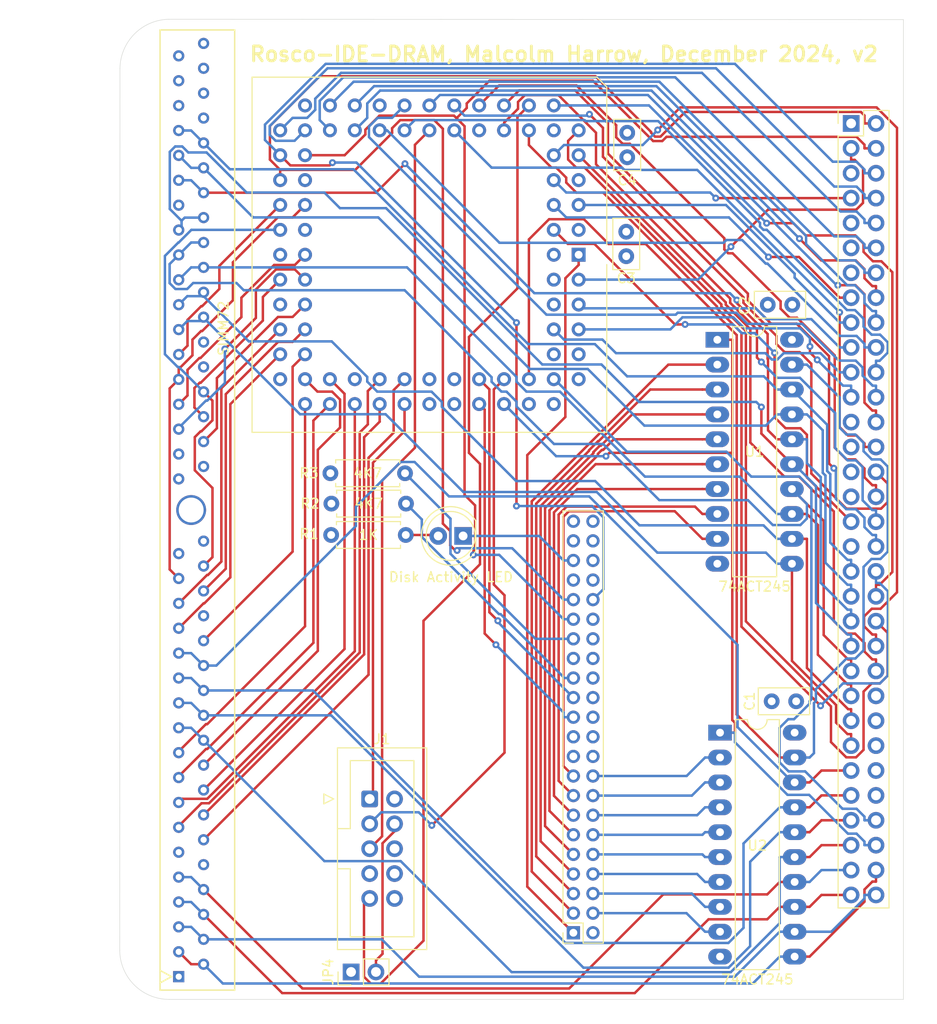
<source format=kicad_pcb>
(kicad_pcb (version 20240108) (generator "pcbnew") (generator_version "8.0")
  (layers (0 "F.Cu" signal) (1 "In1.Cu" power "In1.Cu (GND)") (2 "In2.Cu" power "In2.Cu (PWR)") (31 "B.Cu" signal) (34 "B.Paste" user) (35 "F.Paste" user) (36 "B.SilkS" user "B.Silkscreen") (37 "F.SilkS" user "F.Silkscreen") (38 "B.Mask" user) (39 "F.Mask" user) (44 "Edge.Cuts" user))
  (net 0 "")
  (net 1 "RESET")
  (net 2 "IPL1")
  (net 3 "IOSEL")
  (net 4 "A11")
  (net 5 "A2")
  (net 6 "A4")
  (net 7 "D12")
  (net 8 "A10")
  (net 9 "A16")
  (net 10 "D13")
  (net 11 "EXPSEL")
  (net 12 "A6")
  (net 13 "A19")
  (net 14 "A21")
  (net 15 "D15")
  (net 16 "A22")
  (net 17 "A15")
  (net 18 "D3")
  (net 19 "D2")
  (net 20 "A13")
  (net 21 "A12")
  (net 22 "A7")
  (net 23 "DTACK")
  (net 24 "A23")
  (net 25 "MFPIEO")
  (net 26 "D11")
  (net 27 "A14")
  (net 28 "VMA")
  (net 29 "RW")
  (net 30 "D8")
  (net 31 "D1")
  (net 32 "GND")
  (net 33 "D4")
  (net 34 "IPL0")
  (net 35 "D0")
  (net 36 "D9")
  (net 37 "AS")
  (net 38 "D14")
  (net 39 "+5V")
  (net 40 "A5")
  (net 41 "D7")
  (net 42 "BR")
  (net 43 "A3")
  (net 44 "LDS")
  (net 45 "A1")
  (net 46 "E")
  (net 47 "D6")
  (net 48 "D10")
  (net 49 "A17")
  (net 50 "CPUCLK")
  (net 51 "BERR")
  (net 52 "IPL2")
  (net 53 "BG")
  (net 54 "BGACK")
  (net 55 "D5")
  (net 56 "A20")
  (net 57 "VPA")
  (net 58 "UDS")
  (net 59 "A9")
  (net 60 "A18")
  (net 61 "A8")
  (net 62 "TCK")
  (net 63 "TMS")
  (net 64 "TDI")
  (net 65 "TDO")
  (net 66 "BD4")
  (net 67 "Net-(D1-A)")
  (net 68 "INTRQ")
  (net 69 "BD13")
  (net 70 "BD3")
  (net 71 "BD7")
  (net 72 "BD0")
  (net 73 "~{CS1}")
  (net 74 "BD1")
  (net 75 "BD6")
  (net 76 "~{CS0}")
  (net 77 "~{DASP}")
  (net 78 "BD14")
  (net 79 "BD15")
  (net 80 "BD8")
  (net 81 "BD9")
  (net 82 "BD12")
  (net 83 "BD11")
  (net 84 "BD10")
  (net 85 "BD2")
  (net 86 "BD5")
  (net 87 "~{IDERD}")
  (net 88 "IDEBUF")
  (net 90 "FC1")
  (net 91 "OE1{slash}I")
  (net 92 "FC0")
  (net 93 "CS1")
  (net 94 "~{IDEWR}")
  (net 95 "~{MWE}")
  (net 96 "~{RESET}")
  (net 97 "CS0")
  (net 99 "GCL2{slash}I")
  (net 100 "FC2")
  (net 101 "MA9")
  (net 103 "MA1")
  (net 105 "~{CAS2}")
  (net 106 "MA8")
  (net 107 "MA4")
  (net 108 "~{RAS1}")
  (net 109 "~{RAS0}")
  (net 110 "MA3")
  (net 111 "MA7")
  (net 112 "MA11")
  (net 113 "MA6")
  (net 114 "MA0")
  (net 115 "MA10")
  (net 116 "~{CAS1}")
  (net 119 "~{CAS3}")
  (net 120 "~{CAS0}")
  (net 121 "MA5")
  (net 122 "MA2")
  (net 132 "IDECS_n")
  (net 136 "Net-(J1-Pin_4)")
  (net 138 "Net-(J2-Pin_27)")
  (footprint "Resistor_THT:R_Axial_DIN0207_L6.3mm_D2.5mm_P7.62mm_Horizontal" (layer "F.Cu") (at 133.21 84.4 180)
    (property "Reference" "R2")
    (property "Value" "4K7")
  )
  (footprint "Capacitor_THT:C_Disc_D5.0mm_W2.5mm_P2.50mm" (layer "F.Cu") (at 155.8 46.55 -90)
    (property "Reference" "C4")
    (property "Value" "100nF" (hide yes))
  )
  (footprint "LED_THT:LED_D5.0mm" (layer "F.Cu") (at 139.04 87.7 180)
    (property "Reference" "D1" (hide yes))
    (property "Value" "Disk Activity LED")
  )
  (footprint "Resistor_THT:R_Axial_DIN0207_L6.3mm_D2.5mm_P7.62mm_Horizontal" (layer "F.Cu") (at 133.11 81.3 180)
    (property "Reference" "R3")
    (property "Value" "4K7")
  )
  (footprint "SIMM72:SIMM72" (layer "F.Cu") (at 111.27 85.055 -90)
    (property "Reference" "SIMM72")
    (property "Value" "SIMM72")
  )
  (footprint "Connector_PinHeader_2.54mm:PinHeader_1x02_P2.54mm_Vertical" (layer "F.Cu") (at 127.6 132.2 90)
    (property "Reference" "JP4")
    (property "Value" "Jumper_2_Bridged" (hide yes))
  )
  (footprint "Package_LCC:PLCC-84_THT-Socket" (layer "F.Cu") (at 150.84 59 -90)
    (property "Reference" "U3" (hide yes))
    (property "Value" "ATF1504")
  )
  (footprint "Capacitor_THT:C_Disc_D5.0mm_W2.5mm_P2.50mm" (layer "F.Cu") (at 155.7 56.65 -90)
    (property "Reference" "C3")
    (property "Value" "100nF" (hide yes))
  )
  (footprint "Capacitor_THT:C_Disc_D5.0mm_W2.5mm_P2.50mm" (layer "F.Cu") (at 172.65 64.1 180)
    (property "Reference" "C2")
    (property "Value" "100nF" (hide yes))
  )
  (footprint "Package_DIP:DIP-20_W7.62mm_LongPads" (layer "F.Cu") (at 165.275 107.775)
    (property "Reference" "U2")
    (property "Value" "74ACT245")
  )
  (footprint "Connector_PinSocket_2.00mm:PinSocket_2x22_P2.00mm_Vertical" (layer "F.Cu") (at 150.3 128.2 180)
    (property "Reference" "J2" (hide yes))
    (property "Value" "Conn_02x22_Odd_Even" (hide yes))
  )
  (footprint "Package_DIP:DIP-20_W7.62mm_LongPads" (layer "F.Cu") (at 165 67.675)
    (property "Reference" "U1" (hide yes))
    (property "Value" "74ACT245")
  )
  (footprint "Connector_PinHeader_2.54mm:PinHeader_2x32_P2.54mm_Vertical" (layer "F.Cu") (at 178.662 45.6003)
    (property "Reference" "BUS1" (hide yes))
    (property "Value" "Conn_02x32_Odd_Even" (hide yes))
  )
  (footprint "Connector_IDC:IDC-Header_2x05_P2.54mm_Vertical" (layer "F.Cu") (at 129.5 114.54)
    (property "Reference" "J1")
    (property "Value" "Conn_02x05_Odd_Even")
  )
  (footprint "Capacitor_THT:C_Disc_D5.0mm_W2.5mm_P2.50mm" (layer "F.Cu") (at 173.05 104.575 180)
    (property "Reference" "C1")
    (property "Value" "100nF")
  )
  (footprint "Resistor_THT:R_Axial_DIN0207_L6.3mm_D2.5mm_P7.62mm_Horizontal" (layer "F.Cu") (at 125.565 87.6)
    (property "Reference" "R1")
    (property "Value" "1K")
  )
  (gr_arc (start 104 40) (mid 105.477253 36.468002) (end 108.999274 34.967118) (stroke (width 0.05)) (layer "Edge.Cuts"))
  (gr_line (start 184 135) (end 109.024234 135) (stroke (width 0.05)) (layer "Edge.Cuts"))
  (gr_line (start 184 35) (end 184 135) (stroke (width 0.05)) (layer "Edge.Cuts"))
  (gr_arc (start 109.024234 135) (mid 105.472214 133.538419) (end 103.977508 130.00021) (stroke (width 0.05)) (layer "Edge.Cuts"))
  (gr_line (start 104 40) (end 103.977508 130.00021) (stroke (width 0.05)) (layer "Edge.Cuts"))
  (gr_line (start 184 35) (end 108.999274 34.967118) (stroke (width 0.05)) (layer "Edge.Cuts"))
  (gr_text "Rosco-IDE-DRAM, Malcolm Harrow, December 2024, v2" (at 117.1 39.4 0) (layer "F.SilkS") (effects (font (size 1.5 1.5) (thickness 0.3) (bold yes)) (justify left bottom)))
  (segment (start 173.3333 59.2283) (end 170.2225 59.2283) (width 0.25) (layer "F.Cu") (net 3))
  (segment (start 177.4853 63.3803) (end 173.3333 59.2283) (width 0.25) (layer "F.Cu") (net 3))
  (segment (start 178.662 63.3803) (end 177.4853 63.3803) (width 0.25) (layer "F.Cu") (net 3))
  (via (at 170.2225 59.2283) (size 0.7) (drill 0.3) (layers "F.Cu" "B.Cu") (net 3))
  (segment (start 148.3 53.92) (end 149.5715 55.1915) (width 0.25) (layer "B.Cu") (net 3))
  (segment (start 166.1857 55.1915) (end 170.2225 59.2283) (width 0.25) (layer "B.Cu") (net 3))
  (segment (start 149.5715 55.1915) (end 166.1857 55.1915) (width 0.25) (layer "B.Cu") (net 3))
  (segment (start 181.202 69.8236) (end 181.5697 69.8236) (width 0.25) (layer "B.Cu") (net 4))
  (segment (start 181.202 71.0003) (end 181.202 69.8236) (width 0.25) (layer "B.Cu") (net 4))
  (segment (start 181.5697 69.8236) (end 182.4006 68.9927) (width 0.25) (layer "B.Cu") (net 4))
  (segment (start 182.4006 67.9325) (end 181.6255 67.1574) (width 0.25) (layer "B.Cu") (net 4))
  (segment (start 179.932 65.5255) (end 179.0568 64.6503) (width 0.25) (layer "B.Cu") (net 4))
  (segment (start 169.3616 55.7578) (end 158.9638 45.36) (width 0.25) (layer "B.Cu") (net 4))
  (segment (start 180.7547 67.1574) (end 179.932 66.3347) (width 0.25) (layer "B.Cu") (net 4))
  (segment (start 182.4006 68.9927) (end 182.4006 67.9325) (width 0.25) (layer "B.Cu") (net 4))
  (segment (start 134.1018 45.2582) (end 133.06 46.3) (width 0.25) (layer "B.Cu") (net 4))
  (segment (start 170.0505 56.4556) (end 169.706 56.4556) (width 0.25) (layer "B.Cu") (net 4))
  (segment (start 169.3616 56.1112) (end 169.3616 55.7578) (width 0.25) (layer "B.Cu") (net 4))
  (segment (start 178.2452 64.6503) (end 170.0505 56.4556) (width 0.25) (layer "B.Cu") (net 4))
  (segment (start 169.706 56.4556) (end 169.3616 56.1112) (width 0.25) (layer "B.Cu") (net 4))
  (segment (start 181.6255 67.1574) (end 180.7547 67.1574) (width 0.25) (layer "B.Cu") (net 4))
  (segment (start 179.0568 64.6503) (end 178.2452 64.6503) (width 0.25) (layer "B.Cu") (net 4))
  (segment (start 151.5471 45.36) (end 151.4453 45.2582) (width 0.25) (layer "B.Cu") (net 4))
  (segment (start 179.932 66.3347) (end 179.932 65.5255) (width 0.25) (layer "B.Cu") (net 4))
  (segment (start 151.4453 45.2582) (end 134.1018 45.2582) (width 0.25) (layer "B.Cu") (net 4))
  (segment (start 158.9638 45.36) (end 151.5471 45.36) (width 0.25) (layer "B.Cu") (net 4))
  (segment (start 179.2164 46.9636) (end 180.0253 47.7725) (width 0.25) (layer "F.Cu") (net 5))
  (segment (start 180.0253 47.7725) (end 180.0253 48.1403) (width 0.25) (layer "F.Cu") (net 5))
  (segment (start 152.2854 41.2346) (end 158.4462 47.3954) (width 0.25) (layer "F.Cu") (net 5))
  (segment (start 159.8127 46.9636) (end 179.2164 46.9636) (width 0.25) (layer "F.Cu") (net 5))
  (segment (start 181.202 48.1403) (end 180.0253 48.1403) (width 0.25) (layer "F.Cu") (net 5))
  (segment (start 139.1884 83.5075) (end 140.2667 84.5858) (width 0.25) (layer "F.Cu") (net 5))
  (segment (start 129.0605 46.7258) (end 129.0605 46.2391) (width 0.25) (layer "F.Cu") (net 5))
  (segment (start 138.111 44.8025) (end 138.3706 45.062) (width 0.25) (layer "F.Cu") (net 5))
  (segment (start 139.1884 45.8799) (end 139.1884 83.5075) (width 0.25) (layer "F.Cu") (net 5))
  (segment (start 138.3706 45.062) (end 139.1884 45.8799) (width 0.25) (layer "F.Cu") (net 5))
  (segment (start 159.3809 47.3954) (end 159.8127 46.9636) (width 0.25) (layer "F.Cu") (net 5))
  (segment (start 140.2667 84.5858) (end 140.2667 89.072) (width 0.25) (layer "F.Cu") (net 5))
  (segment (start 139.41 44.0226) (end 139.41 43.5581) (width 0.25) (layer "F.Cu") (net 5))
  (segment (start 126.9463 48.84) (end 129.0605 46.7258) (width 0.25) (layer "F.Cu") (net 5))
  (segment (start 122.9 48.84) (end 126.9463 48.84) (width 0.25) (layer "F.Cu") (net 5))
  (segment (start 138.3706 45.062) (end 139.41 44.0226) (width 0.25) (layer "F.Cu") (net 5))
  (segment (start 158.4462 47.3954) (end 159.3809 47.3954) (width 0.25) (layer "F.Cu") (net 5))
  (segment (start 140.2667 89.072) (end 140.086 89.2527) (width 0.25) (layer "F.Cu") (net 5))
  (segment (start 130.4971 44.8025) (end 138.111 44.8025) (width 0.25) (layer "F.Cu") (net 5))
  (segment (start 140.086 89.2527) (end 140.086 89.63) (width 0.25) (layer "F.Cu") (net 5))
  (segment (start 139.41 43.5581) (end 141.7335 41.2346) (width 0.25) (layer "F.Cu") (net 5))
  (segment (start 141.7335 41.2346) (end 152.2854 41.2346) (width 0.25) (layer "F.Cu") (net 5))
  (segment (start 129.0605 46.2391) (end 130.4971 44.8025) (width 0.25) (layer "F.Cu") (net 5))
  (via (at 140.086 89.63) (size 0.7) (drill 0.3) (layers "F.Cu" "B.Cu") (net 5))
  (segment (start 140.086 89.63) (end 142.7283 89.63) (width 0.25) (layer "B.Cu") (net 5))
  (segment (start 150.3 96.2) (end 149.2983 96.2) (width 0.25) (layer "B.Cu") (net 5))
  (segment (start 142.7283 89.63) (end 149.2983 96.2) (width 0.25) (layer "B.Cu") (net 5))
  (segment (start 122.9 46.3) (end 121.8317 47.3683) (width 0.25) (layer "B.Cu") (net 6))
  (segment (start 119.2905 46.7633) (end 119.2905 45.872) (width 0.25) (layer "B.Cu") (net 6))
  (segment (start 176.9413 52.0436) (end 179.2164 52.0436) (width 0.25) (layer "B.Cu") (net 6))
  (segment (start 119.2905 45.872) (end 125.1946 39.9679) (width 0.25) (layer "B.Cu") (net 6))
  (segment (start 125.1946 39.9679) (end 164.8656 39.9679) (width 0.25) (layer "B.Cu") (net 6))
  (segment (start 180.0253 52.8525) (end 180.0253 53.2203) (width 0.25) (layer "B.Cu") (net 6))
  (segment (start 164.8656 39.9679) (end 176.9413 52.0436) (width 0.25) (layer "B.Cu") (net 6))
  (segment (start 179.2164 52.0436) (end 180.0253 52.8525) (width 0.25) (layer "B.Cu") (net 6))
  (segment (start 119.8955 47.3683) (end 119.2905 46.7633) (width 0.25) (layer "B.Cu") (net 6))
  (segment (start 181.202 53.2203) (end 180.0253 53.2203) (width 0.25) (layer "B.Cu") (net 6))
  (segment (start 121.8317 47.3683) (end 119.8955 47.3683) (width 0.25) (layer "B.Cu") (net 6))
  (segment (start 172.62 80.375) (end 169.4976 77.2526) (width 0.25) (layer "F.Cu") (net 7))
  (segment (start 169.4976 77.2526) (end 169.4976 74.5427) (width 0.25) (layer "F.Cu") (net 7))
  (via (at 169.4976 74.5427) (size 0.7) (drill 0.3) (layers "F.Cu" "B.Cu") (net 7))
  (segment (start 172.62 80.375) (end 172.84 80.375) (width 0.25) (layer "B.Cu") (net 7))
  (segment (start 109.6366 47.9489) (end 110.3608 47.9489) (width 0.25) (layer "B.Cu") (net 7))
  (segment (start 110.2907 55.5319) (end 110.2907 56.1893) (width 0.25) (layer "B.Cu") (net 7))
  (segment (start 126.4661 54.246) (end 131.1728 54.246) (width 0.25) (layer "B.Cu") (net 7))
  (segment (start 175.0741 82.6091) (end 175.0741 94.5434) (width 0.25) (layer "B.Cu") (net 7))
  (segment (start 116.9305 52.65) (end 124.8701 52.65) (width 0.25) (layer "B.Cu") (net 7))
  (segment (start 175.0741 94.5434) (end 178.2943 97.7636) (width 0.25) (layer "B.Cu") (net 7))
  (segment (start 131.1728 54.246) (end 147.1247 70.1979) (width 0.25) (layer "B.Cu") (net 7))
  (segment (start 110.2907 56.1893) (end 110 56.48) (width 0.25) (layer "B.Cu") (net 7))
  (segment (start 112.54 55.21) (end 110.6126 55.21) (width 0.25) (layer "B.Cu") (net 7))
  (segment (start 110.6126 55.21) (end 110.2907 55.5319) (width 0.25) (layer "B.Cu") (net 7))
  (segment (start 153.1676 70.1979) (end 156.9947 74.025) (width 0.25) (layer "B.Cu") (net 7))
  (segment (start 124.8701 52.65) (end 126.4661 54.246) (width 0.25) (layer "B.Cu") (net 7))
  (segment (start 109.0886 48.4969) (end 109.6366 47.9489) (width 0.25) (layer "B.Cu") (net 7))
  (segment (start 109.0886 54.3298) (end 109.0886 48.4969) (width 0.25) (layer "B.Cu") (net 7))
  (segment (start 110.2907 55.5319) (end 109.0886 54.3298) (width 0.25) (layer "B.Cu") (net 7))
  (segment (start 147.1247 70.1979) (end 153.1676 70.1979) (width 0.25) (layer "B.Cu") (net 7))
  (segment (start 156.9947 74.025) (end 168.9799 74.025) (width 0.25) (layer "B.Cu") (net 7))
  (segment (start 110.9726 48.5607) (end 112.8412 48.5607) (width 0.25) (layer "B.Cu") (net 7))
  (segment (start 110.3608 47.9489) (end 110.9726 48.5607) (width 0.25) (layer "B.Cu") (net 7))
  (segment (start 112.8412 48.5607) (end 116.9305 52.65) (width 0.25) (layer "B.Cu") (net 7))
  (segment (start 178.2943 97.7636) (end 178.662 97.7636) (width 0.25) (layer "B.Cu") (net 7))
  (segment (start 178.662 98.9403) (end 178.662 97.7636) (width 0.25) (layer "B.Cu") (net 7))
  (segment (start 172.84 80.375) (end 175.0741 82.6091) (width 0.25) (layer "B.Cu") (net 7))
  (segment (start 168.9799 74.025) (end 169.4976 74.5427) (width 0.25) (layer "B.Cu") (net 7))
  (segment (start 165.9266 57.498) (end 165.6434 57.7812) (width 0.25) (layer "B.Cu") (net 8))
  (segment (start 167.5337 57.498) (end 165.9266 57.498) (width 0.25) (layer "B.Cu") (net 8))
  (segment (start 169.9407 59.905) (end 167.5337 57.498) (width 0.25) (layer "B.Cu") (net 8))
  (segment (start 177.5013 67.2836) (end 170.1227 59.905) (width 0.25) (layer "B.Cu") (net 8))
  (segment (start 170.1227 59.905) (end 169.9407 59.905) (width 0.25) (layer "B.Cu") (net 8))
  (segment (start 179.2164 67.2836) (end 177.5013 67.2836) (width 0.25) (layer "B.Cu") (net 8))
  (segment (start 181.202 68.4603) (end 180.0253 68.4603) (width 0.25) (layer "B.Cu") (net 8))
  (segment (start 142.7571 57.7812) (end 131.2759 46.3) (width 0.25) (layer "B.Cu") (net 8))
  (segment (start 165.6434 57.7812) (end 142.7571 57.7812) (width 0.25) (layer "B.Cu") (net 8))
  (segment (start 180.0253 68.0925) (end 179.2164 67.2836) (width 0.25) (layer "B.Cu") (net 8))
  (segment (start 131.2759 46.3) (end 130.52 46.3) (width 0.25) (layer "B.Cu") (net 8))
  (segment (start 180.0253 68.4603) (end 180.0253 68.0925) (width 0.25) (layer "B.Cu") (net 8))
  (segment (start 166.564 58.8514) (end 166.1133 58.8514) (width 0.25) (layer "F.Cu") (net 9))
  (segment (start 176.9872 78.6882) (end 176.9872 69.2747) (width 0.25) (layer "F.Cu") (net 9))
  (segment (start 180.8342 82.5236) (end 180.0253 81.7147) (width 0.25) (layer "F.Cu") (net 9))
  (segment (start 181.202 83.7003) (end 181.202 82.5236) (width 0.25) (layer "F.Cu") (net 9))
  (segment (start 142.7135 41.7265) (end 140.68 43.76) (width 0.25) (layer "F.Cu") (net 9))
  (segment (start 155.3333 47.6767) (end 154.6733 47.0167) (width 0.25) (layer "F.Cu") (net 9))
  (segment (start 179.0928 79.8903) (end 178.1893 79.8903) (width 0.25) (layer "F.Cu") (net 9))
  (segment (start 154.6733 47.0167) (end 154.6733 45.776) (width 0.25) (layer "F.Cu") (net 9))
  (segment (start 154.6733 45.776) (end 150.6238 41.7265) (width 0.25) (layer "F.Cu") (net 9))
  (segment (start 171.4625 63.7499) (end 166.564 58.8514) (width 0.25) (layer "F.Cu") (net 9))
  (segment (start 176.9872 69.2747) (end 173.1452 65.4327) (width 0.25) (layer "F.Cu") (net 9))
  (segment (start 181.202 82.5236) (end 180.8342 82.5236) (width 0.25) (layer "F.Cu") (net 9))
  (segment (start 171.4625 64.5076) (end 171.4625 63.7499) (width 0.25) (layer "F.Cu") (net 9))
  (segment (start 165.7168 58.4549) (end 165.7168 57.3217) (width 0.25) (layer "F.Cu") (net 9))
  (segment (start 173.1452 65.4327) (end 172.3876 65.4327) (width 0.25) (layer "F.Cu") (net 9))
  (segment (start 180.0253 81.7147) (end 180.0253 80.8228) (width 0.25) (layer "F.Cu") (net 9))
  (segment (start 180.0253 80.8228) (end 179.0928 79.8903) (width 0.25) (layer "F.Cu") (net 9))
  (segment (start 178.1893 79.8903) (end 176.9872 78.6882) (width 0.25) (layer "F.Cu") (net 9))
  (segment (start 156.0718 47.6767) (end 155.3333 47.6767) (width 0.25) (layer "F.Cu") (net 9))
  (segment (start 150.6238 41.7265) (end 142.7135 41.7265) (width 0.25) (layer "F.Cu") (net 9))
  (segment (start 172.3876 65.4327) (end 171.4625 64.5076) (width 0.25) (layer "F.Cu") (net 9))
  (segment (start 166.1133 58.8514) (end 165.7168 58.4549) (width 0.25) (layer "F.Cu") (net 9))
  (segment (start 165.7168 57.3217) (end 156.0718 47.6767) (width 0.25) (layer "F.Cu") (net 9))
  (segment (start 170.1359 69.626) (end 170.1359 67.0831) (width 0.25) (layer "F.Cu") (net 10))
  (segment (start 170.1359 67.0831) (end 166.9894 63.9366) (width 0.25) (layer "F.Cu") (net 10))
  (segment (start 172.62 77.835) (end 171.0933 77.835) (width 0.25) (layer "F.Cu") (net 10))
  (segment (start 130.1403 52.67) (end 112.54 52.67) (width 0.25) (layer "F.Cu") (net 10))
  (segment (start 166.9894 63.9366) (end 166.9894 63.628) (width 0.25) (layer "F.Cu") (net 10))
  (segment (start 166.9894 63.628) (end 166.991 63.6264) (width 0.25) (layer "F.Cu") (net 10))
  (segment (start 170.1743 76.916) (end 170.1743 69.6644) (width 0.25) (layer "F.Cu") (net 10))
  (segment (start 171.0933 77.835) (end 170.1743 76.916) (width 0.25) (layer "F.Cu") (net 10))
  (segment (start 170.1743 69.6644) (end 170.1359 69.626) (width 0.25) (layer "F.Cu") (net 10))
  (segment (start 133.1014 49.7089) (end 130.1403 52.67) (width 0.25) (layer "F.Cu") (net 10))
  (via (at 166.991 63.6264) (size 0.7) (drill 0.3) (layers "F.Cu" "B.Cu") (net 10))
  (via (at 133.1014 49.7089) (size 0.7) (drill 0.3) (layers "F.Cu" "B.Cu") (net 10))
  (segment (start 178.2943 95.2236) (end 178.662 95.2236) (width 0.25) (layer "B.Cu") (net 10))
  (segment (start 166.289 62.9244) (end 166.991 63.6264) (width 0.25) (layer "B.Cu") (net 10))
  (segment (start 133.1014 49.7089) (end 146.3169 62.9244) (width 0.25) (layer "B.Cu") (net 10))
  (segment (start 175.5572 92.4865) (end 178.2943 95.2236) (width 0.25) (layer "B.Cu") (net 10))
  (segment (start 174.1467 80.2795) (end 175.5572 81.69) (width 0.25) (layer "B.Cu") (net 10))
  (segment (start 111.27 51.4) (end 112.54 52.67) (width 0.25) (layer "B.Cu") (net 10))
  (segment (start 175.5572 81.69) (end 175.5572 92.4865) (width 0.25) (layer "B.Cu") (net 10))
  (segment (start 174.1467 77.835) (end 174.1467 80.2795) (width 0.25) (layer "B.Cu") (net 10))
  (segment (start 110 51.4) (end 111.27 51.4) (width 0.25) (layer "B.Cu") (net 10))
  (segment (start 146.3169 62.9244) (end 166.289 62.9244) (width 0.25) (layer "B.Cu") (net 10))
  (segment (start 178.662 96.4003) (end 178.662 95.2236) (width 0.25) (layer "B.Cu") (net 10))
  (segment (start 172.62 77.835) (end 174.1467 77.835) (width 0.25) (layer "B.Cu") (net 10))
  (segment (start 172.8949 61.3299) (end 172.8949 60.9352) (width 0.25) (layer "B.Cu") (net 11))
  (segment (start 165.8797 53.92) (end 150.84 53.92) (width 0.25) (layer "B.Cu") (net 11))
  (segment (start 178.662 65.9203) (end 177.4853 65.9203) (width 0.25) (layer "B.Cu") (net 11))
  (segment (start 177.4853 65.9203) (end 172.8949 61.3299) (width 0.25) (layer "B.Cu") (net 11))
  (segment (start 172.8949 60.9352) (end 165.8797 53.92) (width 0.25) (layer "B.Cu") (net 11))
  (segment (start 126.8028 40.8878) (end 160.7055 40.8878) (width 0.25) (layer "B.Cu") (net 12))
  (segment (start 181.202 58.3003) (end 180.0253 58.3003) (width 0.25) (layer "B.Cu") (net 12))
  (segment (start 179.2164 57.1236) (end 180.0253 57.9325) (width 0.25) (layer "B.Cu") (net 12))
  (segment (start 125.44 46.3) (end 124.398 45.258) (width 0.25) (layer "B.Cu") (net 12))
  (segment (start 176.9413 57.1236) (end 179.2164 57.1236) (width 0.25) (layer "B.Cu") (net 12))
  (segment (start 180.0253 57.9325) (end 180.0253 58.3003) (width 0.25) (layer "B.Cu") (net 12))
  (segment (start 124.398 43.2926) (end 126.8028 40.8878) (width 0.25) (layer "B.Cu") (net 12))
  (segment (start 124.398 45.258) (end 124.398 43.2926) (width 0.25) (layer "B.Cu") (net 12))
  (segment (start 160.7055 40.8878) (end 176.9413 57.1236) (width 0.25) (layer "B.Cu") (net 12))
  (segment (start 149.57 51.6304) (end 149.57 51.1296) (width 0.25) (layer "F.Cu") (net 13))
  (segment (start 164.9591 64.4726) (end 164.9591 64.274) (width 0.25) (layer "F.Cu") (net 13))
  (segment (start 148.5504 50.11) (end 148.0678 50.11) (width 0.25) (layer "F.Cu") (net 13))
  (segment (start 175.544 105.0347) (end 167.4657 96.9564) (width 0.25) (layer "F.Cu") (net 13))
  (segment (start 167.4657 96.9564) (end 167.4657 66.9792) (width 0.25) (layer "F.Cu") (net 13))
  (segment (start 167.4657 66.9792) (end 164.9591 64.4726) (width 0.25) (layer "F.Cu") (net 13))
  (segment (start 150.5926 52.653) (end 149.57 51.6304) (width 0.25) (layer "F.Cu") (net 13))
  (segment (start 164.9591 64.274) (end 153.3381 52.653) (width 0.25) (layer "F.Cu") (net 13))
  (segment (start 149.57 51.1296) (end 148.5504 50.11) (width 0.25) (layer "F.Cu") (net 13))
  (segment (start 153.3381 52.653) (end 150.5926 52.653) (width 0.25) (layer "F.Cu") (net 13))
  (segment (start 145.76 47.8022) (end 145.76 46.3) (width 0.25) (layer "F.Cu") (net 13))
  (segment (start 148.0678 50.11) (end 145.76 47.8022) (width 0.25) (layer "F.Cu") (net 13))
  (via (at 175.544 105.0347) (size 0.7) (drill 0.3) (layers "F.Cu" "B.Cu") (net 13))
  (segment (start 181.6025 102.7503) (end 177.8284 102.7503) (width 0.25) (layer "B.Cu") (net 13))
  (segment (start 181.202 92.497) (end 181.5697 92.497) (width 0.25) (layer "B.Cu") (net 13))
  (segment (start 182.4129 101.9399) (end 181.6025 102.7503) (width 0.25) (layer "B.Cu") (net 13))
  (segment (start 181.202 91.3203) (end 181.202 92.497) (width 0.25) (layer "B.Cu") (net 13))
  (segment (start 177.8284 102.7503) (end 175.544 105.0347) (width 0.25) (layer "B.Cu") (net 13))
  (segment (start 181.5697 92.497) (end 182.4129 93.3402) (width 0.25) (layer "B.Cu") (net 13))
  (segment (start 182.4129 93.3402) (end 182.4129 101.9399) (width 0.25) (layer "B.Cu") (net 13))
  (segment (start 165.4108 64.2834) (end 165.4108 64.0673) (width 0.25) (layer "F.Cu") (net 14))
  (segment (start 149.7612 49.2816) (end 149.7612 47.3788) (width 0.25) (layer "F.Cu") (net 14))
  (segment (start 179.932 109.5311) (end 179.1661 110.297) (width 0.25) (layer "F.Cu") (net 14))
  (segment (start 165.4108 64.0673) (end 151.4535 50.11) (width 0.25) (layer "F.Cu") (net 14))
  (segment (start 176.607 105.1016) (end 167.9175 96.4121) (width 0.25) (layer "F.Cu") (net 14))
  (segment (start 181.6034 102.7503) (end 180.7676 102.7503) (width 0.25) (layer "F.Cu") (net 14))
  (segment (start 167.9175 96.4121) (end 167.9175 66.7901) (width 0.25) (layer "F.Cu") (net 14))
  (segment (start 176.607 108.7376) (end 176.607 105.1016) (width 0.25) (layer "F.Cu") (net 14))
  (segment (start 179.932 103.5859) (end 179.932 109.5311) (width 0.25) (layer "F.Cu") (net 14))
  (segment (start 182.3868 101.9669) (end 181.6034 102.7503) (width 0.25) (layer "F.Cu") (net 14))
  (segment (start 151.4535 50.11) (end 150.5896 50.11) (width 0.25) (layer "F.Cu") (net 14))
  (segment (start 167.9175 66.7901) (end 165.4108 64.2834) (width 0.25) (layer "F.Cu") (net 14))
  (segment (start 149.7612 47.3788) (end 150.84 46.3) (width 0.25) (layer "F.Cu") (net 14))
  (segment (start 179.1661 110.297) (end 178.1664 110.297) (width 0.25) (layer "F.Cu") (net 14))
  (segment (start 181.202 96.4003) (end 182.3868 97.5851) (width 0.25) (layer "F.Cu") (net 14))
  (segment (start 182.3868 97.5851) (end 182.3868 101.9669) (width 0.25) (layer "F.Cu") (net 14))
  (segment (start 180.7676 102.7503) (end 179.932 103.5859) (width 0.25) (layer "F.Cu") (net 14))
  (segment (start 178.1664 110.297) (end 176.607 108.7376) (width 0.25) (layer "F.Cu") (net 14))
  (segment (start 150.5896 50.11) (end 149.7612 49.2816) (width 0.25) (layer "F.Cu") (net 14))
  (segment (start 176.2165 76.3515) (end 176.2165 81.0717) (width 0.25) (layer "B.Cu") (net 15))
  (segment (start 152.4966 68.1172) (end 155.7902 71.4108) (width 0.25) (layer "B.Cu") (net 15))
  (segment (start 127.8408 50.2752) (end 145.6828 68.1172) (width 0.25) (layer "B.Cu") (net 15))
  (segment (start 169.7491 71.4108) (end 171.0933 72.755) (width 0.25) (layer "B.Cu") (net 15))
  (segment (start 178.662 91.3203) (end 178.662 90.1436) (width 0.25) (layer "B.Cu") (net 15))
  (segment (start 111.27 46.32) (end 112.54 47.59) (width 0.25) (layer "B.Cu") (net 15))
  (segment (start 176.2165 81.0717) (end 176.5353 81.3905) (width 0.25) (layer "B.Cu") (net 15))
  (segment (start 176.5353 88.3846) (end 178.2943 90.1436) (width 0.25) (layer "B.Cu") (net 15))
  (segment (start 172.62 72.755) (end 176.2165 76.3515) (width 0.25) (layer "B.Cu") (net 15))
  (segment (start 155.7902 71.4108) (end 169.7491 71.4108) (width 0.25) (layer "B.Cu") (net 15))
  (segment (start 178.2943 90.1436) (end 178.662 90.1436) (width 0.25) (layer "B.Cu") (net 15))
  (segment (start 110 46.32) (end 111.27 46.32) (width 0.25) (layer "B.Cu") (net 15))
  (segment (start 145.6828 68.1172) (end 152.4966 68.1172) (width 0.25) (layer "B.Cu") (net 15))
  (segment (start 172.62 72.755) (end 171.0933 72.755) (width 0.25) (layer "B.Cu") (net 15))
  (segment (start 115.2252 50.2752) (end 127.8408 50.2752) (width 0.25) (layer "B.Cu") (net 15))
  (segment (start 176.5353 81.3905) (end 176.5353 88.3846) (width 0.25) (layer "B.Cu") (net 15))
  (segment (start 112.54 47.59) (end 115.2252 50.2752) (width 0.25) (layer "B.Cu") (net 15))
  (segment (start 181.202 97.7636) (end 180.8343 97.7636) (width 0.25) (layer "F.Cu") (net 16))
  (segment (start 179.9844 96.9137) (end 179.9844 95.9171) (width 0.25) (layer "F.Cu") (net 16))
  (segment (start 161.222 43.9585) (end 158.9135 46.267) (width 0.25) (layer "F.Cu") (net 16))
  (segment (start 180.8343 97.7636) (end 179.9844 96.9137) (width 0.25) (layer "F.Cu") (net 16))
  (segment (start 179.9844 95.9171) (end 180.7712 95.1303) (width 0.25) (layer "F.Cu") (net 16))
  (segment (start 181.6685 95.1303) (end 183.3473 93.4515) (width 0.25) (layer "F.Cu") (net 16))
  (segment (start 180.7712 95.1303) (end 181.6685 95.1303) (width 0.25) (layer "F.Cu") (net 16))
  (segment (start 181.202 98.9403) (end 181.202 97.7636) (width 0.25) (layer "F.Cu") (net 16))
  (segment (start 181.2598 43.9585) (end 161.222 43.9585) (width 0.25) (layer "F.Cu") (net 16))
  (segment (start 183.3473 93.4515) (end 183.3473 46.046) (width 0.25) (layer "F.Cu") (net 16))
  (segment (start 183.3473 46.046) (end 181.2598 43.9585) (width 0.25) (layer "F.Cu") (net 16))
  (via (at 158.9135 46.267) (size 0.7) (drill 0.3) (layers "F.Cu" "B.Cu") (net 16))
  (segment (start 158.9135 46.267) (end 157.3805 47.8) (width 0.25) (layer "B.Cu") (net 16))
  (segment (start 157.3805 47.8) (end 149.34 47.8) (width 0.25) (layer "B.Cu") (net 16))
  (segment (start 149.34 47.8) (end 148.3 48.84) (width 0.25) (layer "B.Cu") (net 16))
  (segment (start 182.3934 84.2423) (end 181.7201 84.9156) (width 0.25) (layer "F.Cu") (net 17))
  (segment (start 167.6677 63.3461) (end 153.3183 48.9967) (width 0.25) (layer "F.Cu") (net 17))
  (segment (start 153.3183 48.9967) (end 153.3182 48.9967) (width 0.25) (layer "F.Cu") (net 17))
  (segment (start 174.5984 81.3312) (end 174.5984 70.1308) (width 0.25) (layer "F.Cu") (net 17))
  (segment (start 178.1828 84.9156) (end 174.5984 81.3312) (width 0.25) (layer "F.Cu") (net 17))
  (segment (start 173.4126 68.945) (end 171.8729 68.945) (width 0.25) (layer "F.Cu") (net 17))
  (segment (start 174.5984 70.1308) (end 173.4126 68.945) (width 0.25) (layer "F.Cu") (net 17))
  (segment (start 171.0459 67.2891) (end 167.6677 63.9109) (width 0.25) (layer "F.Cu") (net 17))
  (segment (start 181.7201 84.9156) (end 178.1828 84.9156) (width 0.25) (layer "F.Cu") (net 17))
  (segment (start 153.3182 48.9967) (end 153.3182 46.0419) (width 0.25) (layer "F.Cu") (net 17))
  (segment (start 167.6677 63.9109) (end 167.6677 63.3461) (width 0.25) (layer "F.Cu") (net 17))
  (segment (start 171.8729 68.945) (end 171.0459 68.118) (width 0.25) (layer "F.Cu") (net 17))
  (segment (start 153.3182 46.0419) (end 151.9398 44.6635) (width 0.25) (layer "F.Cu") (net 17))
  (segment (start 182.3934 82.3517) (end 182.3934 84.2423) (width 0.25) (layer "F.Cu") (net 17))
  (segment (start 181.202 81.1603) (end 182.3934 82.3517) (width 0.25) (layer "F.Cu") (net 17))
  (segment (start 171.0459 68.118) (end 171.0459 67.2891) (width 0.25) (layer "F.Cu") (net 17))
  (via (at 151.9398 44.6635) (size 0.7) (drill 0.3) (layers "F.Cu" "B.Cu") (net 17))
  (segment (start 138.14 43.76) (end 139.1822 44.8022) (width 0.25) (layer "B.Cu") (net 17))
  (segment (start 139.1822 44.8022) (end 151.8011 44.8022) (width 0.25) (layer "B.Cu") (net 17))
  (segment (start 151.8011 44.8022) (end 151.9398 44.6635) (width 0.25) (layer "B.Cu") (net 17))
  (segment (start 170.0983 124.285) (end 159.4739 124.285) (width 0.25) (layer "F.Cu") (net 18))
  (segment (start 159.4739 124.285) (end 149.8722 133.8867) (width 0.25) (layer "F.Cu") (net 18))
  (segment (start 172.895 123.015) (end 171.3683 123.015) (width 0.25) (layer "F.Cu") (net 18))
  (segment (start 122.6367 133.8867) (end 112.54 123.79) (width 0.25) (layer "F.Cu") (net 18))
  (segment (start 171.3683 123.015) (end 170.0983 124.285) (width 0.25) (layer "F.Cu") (net 18))
  (segment (start 149.8722 133.8867) (end 122.6367 133.8867) (width 0.25) (layer "F.Cu") (net 18))
  (segment (start 111.27 122.52) (end 112.54 123.79) (width 0.25) (layer "B.Cu") (net 18))
  (segment (start 172.895 123.015) (end 174.4217 123.015) (width 0.25) (layer "B.Cu") (net 18))
  (segment (start 178.662 121.8003) (end 175.6364 121.8003) (width 0.25) (layer "B.Cu") (net 18))
  (segment (start 110 122.52) (end 111.27 122.52) (width 0.25) (layer "B.Cu") (net 18))
  (segment (start 175.6364 121.8003) (end 174.4217 123.015) (width 0.25) (layer "B.Cu") (net 18))
  (segment (start 112.54 126.33) (end 120.5699 134.3599) (width 0.25) (layer "F.Cu") (net 19))
  (segment (start 172.895 125.555) (end 174.4217 125.555) (width 0.25) (layer "F.Cu") (net 19))
  (segment (start 170.0983 126.825) (end 171.3683 125.555) (width 0.25) (layer "F.Cu") (net 19))
  (segment (start 172.895 125.555) (end 171.3683 125.555) (width 0.25) (layer "F.Cu") (net 19))
  (segment (start 164.102 126.825) (end 170.0983 126.825) (width 0.25) (layer "F.Cu") (net 19))
  (segment (start 175.6364 124.3403) (end 174.4217 125.555) (width 0.25) (layer "F.Cu") (net 19))
  (segment (start 178.662 124.3403) (end 175.6364 124.3403) (width 0.25) (layer "F.Cu") (net 19))
  (segment (start 156.5671 134.3599) (end 164.102 126.825) (width 0.25) (layer "F.Cu") (net 19))
  (segment (start 120.5699 134.3599) (end 156.5671 134.3599) (width 0.25) (layer "F.Cu") (net 19))
  (segment (start 111.27 125.06) (end 112.54 126.33) (width 0.25) (layer "B.Cu") (net 19))
  (segment (start 110 125.06) (end 111.27 125.06) (width 0.25) (layer "B.Cu") (net 19))
  (segment (start 179.1086 62.1103) (end 177.3024 62.1103) (width 0.25) (layer "F.Cu") (net 20))
  (segment (start 180.0253 74.0947) (end 180.0253 63.027) (width 0.25) (layer "F.Cu") (net 20))
  (segment (start 181.202 74.9036) (end 180.8342 74.9036) (width 0.25) (layer "F.Cu") (net 20))
  (segment (start 180.0253 63.027) (end 179.1086 62.1103) (width 0.25) (layer "F.Cu") (net 20))
  (segment (start 180.8342 74.9036) (end 180.0253 74.0947) (width 0.25) (layer "F.Cu") (net 20))
  (segment (start 181.202 76.0803) (end 181.202 74.9036) (width 0.25) (layer "F.Cu") (net 20))
  (via (at 177.3024 62.1103) (size 0.7) (drill 0.3) (layers "F.Cu" "B.Cu") (net 20))
  (segment (start 170.715 55.4985) (end 170.715 55.6437) (width 0.25) (layer "B.Cu") (net 20))
  (segment (start 157.9111 42.6946) (end 170.715 55.4985) (width 0.25) (layer "B.Cu") (net 20))
  (segment (start 170.715 55.6437) (end 177.1816 62.1103) (width 0.25) (layer "B.Cu") (net 20))
  (segment (start 136.6654 42.6946) (end 157.9111 42.6946) (width 0.25) (layer "B.Cu") (net 20))
  (segment (start 177.1816 62.1103) (end 177.3024 62.1103) (width 0.25) (layer "B.Cu") (net 20))
  (segment (start 135.6 43.76) (end 136.6654 42.6946) (width 0.25) (layer "B.Cu") (net 20))
  (segment (start 130.314 45.03) (end 129.4286 45.9154) (width 0.25) (layer "B.Cu") (net 21))
  (segment (start 129.4286 45.9154) (end 129.4286 46.993) (width 0.25) (layer "B.Cu") (net 21))
  (segment (start 177.4117 69.806) (end 179.1325 69.806) (width 0.25) (layer "B.Cu") (net 21))
  (segment (start 160.9506 64.9193) (end 166.9371 64.9193) (width 0.25) (layer "B.Cu") (net 21))
  (segment (start 129.4286 46.993) (end 147.5535 65.1179) (width 0.25) (layer "B.Cu") (net 21))
  (segment (start 147.5535 65.1179) (end 160.752 65.1179) (width 0.25) (layer "B.Cu") (net 21))
  (segment (start 133.06 43.76) (end 131.79 45.03) (width 0.25) (layer "B.Cu") (net 21))
  (segment (start 131.79 45.03) (end 130.314 45.03) (width 0.25) (layer "B.Cu") (net 21))
  (segment (start 179.8387 71.3412) (end 180.8611 72.3636) (width 0.25) (layer "B.Cu") (net 21))
  (segment (start 166.9371 64.9193) (end 168.0765 66.0587) (width 0.25) (layer "B.Cu") (net 21))
  (segment (start 179.1325 69.806) (end 179.8387 70.5122) (width 0.25) (layer "B.Cu") (net 21))
  (segment (start 173.6644 66.0587) (end 177.4117 69.806) (width 0.25) (layer "B.Cu") (net 21))
  (segment (start 168.0765 66.0587) (end 173.6644 66.0587) (width 0.25) (layer "B.Cu") (net 21))
  (segment (start 160.752 65.1179) (end 160.9506 64.9193) (width 0.25) (layer "B.Cu") (net 21))
  (segment (start 179.8387 70.5122) (end 179.8387 71.3412) (width 0.25) (layer "B.Cu") (net 21))
  (segment (start 180.8611 72.3636) (end 181.202 72.3636) (width 0.25) (layer "B.Cu") (net 21))
  (segment (start 181.202 73.5403) (end 181.202 72.3636) (width 0.25) (layer "B.Cu") (net 21))
  (segment (start 181.202 60.8403) (end 180.0253 60.8403) (width 0.25) (layer "B.Cu") (net 22))
  (segment (start 177.3131 59.5703) (end 179.0708 59.5703) (width 0.25) (layer "B.Cu") (net 22))
  (segment (start 125.44 43.76) (end 127.8605 41.3395) (width 0.25) (layer "B.Cu") (net 22))
  (segment (start 159.0823 41.3395) (end 177.3131 59.5703) (width 0.25) (layer "B.Cu") (net 22))
  (segment (start 179.0708 59.5703) (end 180.0253 60.5248) (width 0.25) (layer "B.Cu") (net 22))
  (segment (start 127.8605 41.3395) (end 159.0823 41.3395) (width 0.25) (layer "B.Cu") (net 22))
  (segment (start 180.0253 60.5248) (end 180.0253 60.8403) (width 0.25) (layer "B.Cu") (net 22))
  (segment (start 174.603 82.8585) (end 174.603 104.38) (width 0.25) (layer "B.Cu") (net 23))
  (segment (start 155.7724 79.105) (end 165.93 79.105) (width 0.25) (layer "B.Cu") (net 23))
  (segment (start 177.7836 115.5436) (end 179.2164 115.5436) (width 0.25) (layer "B.Cu") (net 23))
  (segment (start 173.391 81.6465) (end 174.603 82.8585) (width 0.25) (layer "B.Cu") (net 23))
  (segment (start 148.3674 71.7) (end 155.7724 79.105) (width 0.25) (layer "B.Cu") (net 23))
  (segment (start 165.93 79.105) (end 168.4715 81.6465) (width 0.25) (layer "B.Cu") (net 23))
  (segment (start 172.2367 106.4043) (end 171.3572 107.2838) (width 0.25) (layer "B.Cu") (net 23))
  (segment (start 168.4715 81.6465) (end 173.391 81.6465) (width 0.25) (layer "B.Cu") (net 23))
  (segment (start 172.2784 111.7283) (end 173.9683 111.7283) (width 0.25) (layer "B.Cu") (net 23))
  (segment (start 174.603 104.38) (end 174.4156 104.5674) (width 0.25) (layer "B.Cu") (net 23))
  (segment (start 174.4156 104.5674) (end 174.4156 104.8229) (width 0.25) (layer "B.Cu") (net 23))
  (segment (start 173.9683 111.7283) (end 177.7836 115.5436) (width 0.25) (layer "B.Cu") (net 23))
  (segment (start 179.2164 115.5436) (end 180.0253 116.3525) (width 0.25) (layer "B.Cu") (net 23))
  (segment (start 174.4156 104.8229) (end 172.8342 106.4043) (width 0.25) (layer "B.Cu") (net 23))
  (segment (start 171.3572 110.8071) (end 172.2784 111.7283) (width 0.25) (layer "B.Cu") (net 23))
  (segment (start 172.8342 106.4043) (end 172.2367 106.4043) (width 0.25) (layer "B.Cu") (net 23))
  (segment (start 148.3 71.7) (end 148.3674 71.7) (width 0.25) (layer "B.Cu") (net 23))
  (segment (start 171.3572 107.2838) (end 171.3572 110.8071) (width 0.25) (layer "B.Cu") (net 23))
  (segment (start 180.0253 116.3525) (end 180.0253 116.7203) (width 0.25) (layer "B.Cu") (net 23))
  (segment (start 181.202 116.7203) (end 180.0253 116.7203) (width 0.25) (layer "B.Cu") (net 23))
  (segment (start 181.202 101.4803) (end 181.202 100.3036) (width 0.25) (layer "F.Cu") (net 24))
  (segment (start 165.8625 63.8625) (end 150.84 48.84) (width 0.25) (layer "F.Cu") (net 24))
  (segment (start 168.3706 66.6024) (end 165.8625 64.0943) (width 0.25) (layer "F.Cu") (net 24))
  (segment (start 180.0253 98.6242) (end 179.0714 97.6703) (width 0.25) (layer "F.Cu") (net 24))
  (segment (start 168.3706 78.1727) (end 168.3706 66.6024) (width 0.25) (layer "F.Cu") (net 24))
  (segment (start 176.8942 85.1949) (end 173.3443 81.645) (width 0.25) (layer "F.Cu") (net 24))
  (segment (start 171.8429 81.645) (end 168.3706 78.1727) (width 0.25) (layer "F.Cu") (net 24))
  (segment (start 180.0253 99.4947) (end 180.0253 98.6242) (width 0.25) (layer "F.Cu") (net 24))
  (segment (start 165.8625 64.0943) (end 165.8625 63.8625) (width 0.25) (layer "F.Cu") (net 24))
  (segment (start 178.1801 97.6703) (end 176.8942 96.3844) (width 0.25) (layer "F.Cu") (net 24))
  (segment (start 179.0714 97.6703) (end 178.1801 97.6703) (width 0.25) (layer "F.Cu") (net 24))
  (segment (start 181.202 100.3036) (end 180.8342 100.3036) (width 0.25) (layer "F.Cu") (net 24))
  (segment (start 176.8942 96.3844) (end 176.8942 85.1949) (width 0.25) (layer "F.Cu") (net 24))
  (segment (start 180.8342 100.3036) (end 180.0253 99.4947) (width 0.25) (layer "F.Cu") (net 24))
  (segment (start 173.3443 81.645) (end 171.8429 81.645) (width 0.25) (layer "F.Cu") (net 24))
  (segment (start 175.8612 86.1562) (end 175.8612 97.8149) (width 0.25) (layer "F.Cu") (net 26))
  (segment (start 172.62 82.915) (end 175.8612 86.1562) (width 0.25) (layer "F.Cu") (net 26))
  (segment (start 178.662 101.4803) (end 178.662 100.3036) (width 0.25) (layer "F.Cu") (net 26))
  (segment (start 175.8612 97.8149) (end 178.3499 100.3036) (width 0.25) (layer "F.Cu") (net 26))
  (segment (start 178.3499 100.3036) (end 178.662 100.3036) (width 0.25) (layer "F.Cu") (net 26))
  (segment (start 168.1239 84.0454) (end 159.0743 84.0454) (width 0.25) (layer "B.Cu") (net 26))
  (segment (start 115.9021 61.8858) (end 111.4741 61.8858) (width 0.25) (layer "B.Cu") (net 26))
  (segment (start 144.49 73.9896) (end 143.4704 72.97) (width 0.25) (layer "B.Cu") (net 26))
  (segment (start 148.3194 78.3135) (end 144.49 74.4841) (width 0.25) (layer "B.Cu") (net 26))
  (segment (start 159.0743 84.0454) (end 153.3424 78.3135) (width 0.25) (layer "B.Cu") (net 26))
  (segment (start 153.3424 78.3135) (end 148.3194 78.3135) (width 0.25) (layer "B.Cu") (net 26))
  (segment (start 143.4704 72.97) (end 142.9564 72.97) (width 0.25) (layer "B.Cu") (net 26))
  (segment (start 174.1483 84.4433) (end 174.1483 85.9203) (width 0.25) (layer "B.Cu") (net 26))
  (segment (start 133.0716 62.6215) (end 116.6378 62.6215) (width 0.25) (layer "B.Cu") (net 26))
  (segment (start 109.072 61.9024) (end 109.072 59.948) (width 0.25) (layer "B.Cu") (net 26))
  (segment (start 111.27 57.75) (end 110 59.02) (width 0.25) (layer "B.Cu") (net 26))
  (segment (start 172.62 82.915) (end 174.1483 84.4433) (width 0.25) (layer "B.Cu") (net 26))
  (segment (start 110.8596 62.5003) (end 109.6699 62.5003) (width 0.25) (layer "B.Cu") (net 26))
  (segment (start 141.95 71.4999) (end 133.0716 62.6215) (width 0.25) (layer "B.Cu") (net 26))
  (segment (start 170.6669 86.5884) (end 168.1239 84.0454) (width 0.25) (layer "B.Cu") (net 26))
  (segment (start 174.1483 85.9203) (end 173.4802 86.5884) (width 0.25) (layer "B.Cu") (net 26))
  (segment (start 112.54 57.75) (end 111.27 57.75) (width 0.25) (layer "B.Cu") (net 26))
  (segment (start 111.4741 61.8858) (end 110.8596 62.5003) (width 0.25) (layer "B.Cu") (net 26))
  (segment (start 173.4802 86.5884) (end 170.6669 86.5884) (width 0.25) (layer "B.Cu") (net 26))
  (segment (start 141.95 71.9636) (end 141.95 71.4999) (width 0.25) (layer "B.Cu") (net 26))
  (segment (start 116.6378 62.6215) (end 115.9021 61.8858) (width 0.25) (layer "B.Cu") (net 26))
  (segment (start 109.072 59.948) (end 110 59.02) (width 0.25) (layer "B.Cu") (net 26))
  (segment (start 144.49 74.4841) (end 144.49 73.9896) (width 0.25) (layer "B.Cu") (net 26))
  (segment (start 109.6699 62.5003) (end 109.072 61.9024) (width 0.25) (layer "B.Cu") (net 26))
  (segment (start 142.9564 72.97) (end 141.95 71.9636) (width 0.25) (layer "B.Cu") (net 26))
  (segment (start 178.3442 77.4436) (end 177.4853 76.5847) (width 0.25) (layer "F.Cu") (net 27))
  (segment (start 179.2164 77.4436) (end 178.3442 77.4436) (width 0.25) (layer "F.Cu") (net 27))
  (segment (start 180.0253 78.6203) (end 180.0253 78.2525) (width 0.25) (layer "F.Cu") (net 27))
  (segment (start 181.202 78.6203) (end 180.0253 78.6203) (width 0.25) (layer "F.Cu") (net 27))
  (segment (start 177.4853 76.5847) (end 177.4853 64.8763) (width 0.25) (layer "F.Cu") (net 27))
  (segment (start 180.0253 78.2525) (end 179.2164 77.4436) (width 0.25) (layer "F.Cu") (net 27))
  (via (at 177.4853 64.8763) (size 0.7) (drill 0.3) (layers "F.Cu" "B.Cu") (net 27))
  (segment (start 141.95 50.11) (end 138.14 46.3) (width 0.25) (layer "B.Cu") (net 27))
  (segment (start 155.5002 50.3436) (end 155.2666 50.11) (width 0.25) (layer "B.Cu") (net 27))
  (segment (start 155.2666 50.11) (end 141.95 50.11) (width 0.25) (layer "B.Cu") (net 27))
  (segment (start 177.4853 64.8763) (end 162.9526 50.3436) (width 0.25) (layer "B.Cu") (net 27))
  (segment (start 162.9526 50.3436) (end 155.5002 50.3436) (width 0.25) (layer "B.Cu") (net 27))
  (segment (start 165 67.675) (end 166.5267 67.675) (width 0.25) (layer "F.Cu") (net 29))
  (segment (start 166.5267 79.2188) (end 153.9739 79.2188) (width 0.25) (layer "F.Cu") (net 29))
  (segment (start 166.5267 106.4893) (end 166.5267 79.2188) (width 0.25) (layer "F.Cu") (net 29))
  (segment (start 153.9739 79.2188) (end 153.6323 79.5604) (width 0.25) (layer "F.Cu") (net 29))
  (segment (start 165.275 107.775) (end 166.8017 107.775) (width 0.25) (layer "F.Cu") (net 29))
  (segment (start 166.8017 107.775) (end 166.8017 106.7643) (width 0.25) (layer "F.Cu") (net 29))
  (segment (start 166.5267 79.2188) (end 166.5267 67.675) (width 0.25) (layer "F.Cu") (net 29))
  (segment (start 166.8017 106.7643) (end 166.5267 106.4893) (width 0.25) (layer "F.Cu") (net 29))
  (via (at 153.6323 79.5604) (size 0.7) (drill 0.3) (layers "F.Cu" "B.Cu") (net 29))
  (segment (start 178.3355 118.0836) (end 174.3769 114.125) (width 0.25) (layer "B.Cu") (net 29))
  (segment (start 179.2164 118.0836) (end 178.3355 118.0836) (width 0.25) (layer "B.Cu") (net 29))
  (segment (start 148.5404 79.5604) (end 143.22 74.24) (width 0.25) (layer "B.Cu") (net 29))
  (segment (start 174.3769 114.125) (end 172.1658 114.125) (width 0.25) (layer "B.Cu") (net 29))
  (segment (start 166.8017 108.7609) (end 166.8017 107.775) (width 0.25) (layer "B.Cu") (net 29))
  (segment (start 181.202 119.2603) (end 180.0253 119.2603) (width 0.25) (layer "B.Cu") (net 29))
  (segment (start 180.0253 118.8925) (end 179.2164 118.0836) (width 0.25) (layer "B.Cu") (net 29))
  (segment (start 180.0253 119.2603) (end 180.0253 118.8925) (width 0.25) (layer "B.Cu") (net 29))
  (segment (start 153.6323 79.5604) (end 148.5404 79.5604) (width 0.25) (layer "B.Cu") (net 29))
  (segment (start 165.275 107.775) (end 166.8017 107.775) (width 0.25) (layer "B.Cu") (net 29))
  (segment (start 172.1658 114.125) (end 166.8017 108.7609) (width 0.25) (layer "B.Cu") (net 29))
  (segment (start 178.662 109.1003) (end 178.662 107.9236) (width 0.25) (layer "F.Cu") (net 30))
  (segment (start 177.1253 106.7547) (end 178.2942 107.9236) (width 0.25) (layer "F.Cu") (net 30))
  (segment (start 178.2942 107.9236) (end 178.662 107.9236) (width 0.25) (layer "F.Cu") (net 30))
  (segment (start 172.62 100.4496) (end 177.1253 104.9549) (width 0.25) (layer "F.Cu") (net 30))
  (segment (start 172.62 90.535) (end 172.62 100.4496) (width 0.25) (layer "F.Cu") (net 30))
  (segment (start 177.1253 104.9549) (end 177.1253 106.7547) (width 0.25) (layer "F.Cu") (net 30))
  (segment (start 172.62 90.535) (end 171.0933 90.535) (width 0.25) (layer "B.Cu") (net 30))
  (segment (start 112.8752 65.7676) (end 112.54 65.7676) (width 0.25) (layer "B.Cu") (net 30))
  (segment (start 112.54 65.7676) (end 112.54 65.37) (width 0.25) (layer "B.Cu") (net 30))
  (segment (start 131.1261 75.2779) (end 122.3855 75.2779) (width 0.25) (layer "B.Cu") (net 30))
  (segment (start 152.6862 83.2138) (end 139.062 83.2138) (width 0.25) (layer "B.Cu") (net 30))
  (segment (start 112.54 65.7676) (end 110.8724 65.7676) (width 0.25) (layer "B.Cu") (net 30))
  (segment (start 169.9631 89.4048) (end 158.8772 89.4048) (width 0.25) (layer "B.Cu") (net 30))
  (segment (start 158.8772 89.4048) (end 152.6862 83.2138) (width 0.25) (layer "B.Cu") (net 30))
  (segment (start 171.0933 90.535) (end 169.9631 89.4048) (width 0.25) (layer "B.Cu") (net 30))
  (segment (start 122.3855 75.2779) (end 112.8752 65.7676) (width 0.25) (layer "B.Cu") (net 30))
  (segment (start 110.8724 65.7676) (end 110 66.64) (width 0.25) (layer "B.Cu") (net 30))
  (segment (start 139.062 83.2138) (end 131.1261 75.2779) (width 0.25) (layer "B.Cu") (net 30))
  (segment (start 180.0253 124.3403) (end 180.0253 124.708) (width 0.25) (layer "B.Cu") (net 31))
  (segment (start 166.78 132.6833) (end 171.3683 128.095) (width 0.25) (layer "B.Cu") (net 31))
  (segment (start 134.5468 132.6833) (end 166.78 132.6833) (width 0.25) (layer "B.Cu") (net 31))
  (segment (start 180.0253 124.708) (end 176.6383 128.095) (width 0.25) (layer "B.Cu") (net 31))
  (segment (start 176.6383 128.095) (end 172.895 128.095) (width 0.25) (layer "B.Cu") (net 31))
  (segment (start 112.54 128.87) (end 130.7335 128.87) (width 0.25) (layer "B.Cu") (net 31))
  (segment (start 130.7335 128.87) (end 134.5468 132.6833) (width 0.25) (layer "B.Cu") (net 31))
  (segment (start 111.27 127.6) (end 112.54 128.87) (width 0.25) (layer "B.Cu") (net 31))
  (segment (start 181.202 124.3403) (end 180.0253 124.3403) (width 0.25) (layer "B.Cu") (net 31))
  (segment (start 172.895 128.095) (end 171.3683 128.095) (width 0.25) (layer "B.Cu") (net 31))
  (segment (start 110 127.6) (end 111.27 127.6) (width 0.25) (layer "B.Cu") (net 31))
  (segment (start 178.662 119.2603) (end 175.6364 119.2603) (width 0.25) (layer "F.Cu") (net 33))
  (segment (start 175.6364 119.2603) (end 174.4217 120.475) (width 0.25) (layer "F.Cu") (net 33))
  (segment (start 172.895 120.475) (end 174.4217 120.475) (width 0.25) (layer "F.Cu") (net 33))
  (segment (start 166.3759 132.2178) (end 143.9978 132.2178) (width 0.25) (layer "B.Cu") (net 33))
  (segment (start 171.3683 120.475) (end 171.3683 127.2254) (width 0.25) (layer "B.Cu") (net 33))
  (segment (start 132.67 120.89) (end 124.88 120.89) (width 0.25) (layer "B.Cu") (net 33))
  (segment (start 111.27 107.28) (end 112.54 108.55) (width 0.25) (layer "B.Cu") (net 33))
  (segment (start 171.3683 127.2254) (end 166.3759 132.2178) (width 0.25) (layer "B.Cu") (net 33))
  (segment (start 143.9978 132.2178) (end 132.67 120.89) (width 0.25) (layer "B.Cu") (net 33))
  (segment (start 172.895 120.475) (end 171.3683 120.475) (width 0.25) (layer "B.Cu") (net 33))
  (segment (start 110 107.28) (end 111.27 107.28) (width 0.25) (layer "B.Cu") (net 33))
  (segment (start 124.88 120.89) (end 112.54 108.55) (width 0.25) (layer "B.Cu") (net 33))
  (segment (start 172.895 130.635) (end 174.4217 130.635) (width 0.25) (layer "F.Cu") (net 35))
  (segment (start 180.0253 123.7859) (end 180.0253 125.0314) (width 0.25) (layer "F.Cu") (net 35))
  (segment (start 180.0253 125.0314) (end 174.4217 130.635) (width 0.25) (layer "F.Cu") (net 35))
  (segment (start 112.54 131.41) (end 111.27 131.41) (width 0.25) (layer "F.Cu") (net 35))
  (segment (start 111.27 131.41) (end 110 130.14) (width 0.25) (layer "F.Cu") (net 35))
  (segment (start 181.202 122.977) (end 180.8342 122.977) (width 0.25) (layer "F.Cu") (net 35))
  (segment (start 180.8342 122.977) (end 180.0253 123.7859) (width 0.25) (layer "F.Cu") (net 35))
  (segment (start 181.202 121.8003) (end 181.202 122.977) (width 0.25) (layer "F.Cu") (net 35))
  (segment (start 168.6266 133.3767) (end 114.5067 133.3767) (width 0.25) (layer "B.Cu") (net 35))
  (segment (start 171.3683 130.635) (end 168.6266 133.3767) (width 0.25) (layer "B.Cu") (net 35))
  (segment (start 114.5067 133.3767) (end 112.54 131.41) (width 0.25) (layer "B.Cu") (net 35))
  (segment (start 172.895 130.635) (end 171.3683 130.635) (width 0.25) (layer "B.Cu") (net 35))
  (segment (start 172.62 87.995) (end 174.1467 87.995) (width 0.25) (layer "F.Cu") (net 36))
  (segment (start 178.3611 105.3836) (end 174.1467 101.1692) (width 0.25) (layer "F.Cu") (net 36))
  (segment (start 174.1467 101.1692) (end 174.1467 87.995) (width 0.25) (layer "F.Cu") (net 36))
  (segment (start 178.662 105.3836) (end 178.3611 105.3836) (width 0.25) (layer "F.Cu") (net 36))
  (segment (start 178.662 106.5603) (end 178.662 105.3836) (width 0.25) (layer "F.Cu") (net 36))
  (segment (start 117.1565 67.8441) (end 112.54 63.2276) (width 0.25) (layer "B.Cu") (net 36))
  (segment (start 136.87 74.0244) (end 135.8156 72.97) (width 0.25) (layer "B.Cu") (net 36))
  (segment (start 172.62 87.995) (end 171.0933 87.995) (width 0.25) (layer "B.Cu") (net 36))
  (segment (start 144.4481 82.095) (end 136.87 74.5169) (width 0.25) (layer "B.Cu") (net 36))
  (segment (start 112.54 62.83) (end 112.54 63.2276) (width 0.25) (layer "B.Cu") (net 36))
  (segment (start 135.8156 72.97) (end 130.2696 72.97) (width 0.25) (layer "B.Cu") (net 36))
  (segment (start 171.0933 87.995) (end 169.7152 86.6169) (width 0.25) (layer "B.Cu") (net 36))
  (segment (start 157.0484 86.6169) (end 152.5265 82.095) (width 0.25) (layer "B.Cu") (net 36))
  (segment (start 129.25 71.4678) (end 125.6263 67.8441) (width 0.25) (layer "B.Cu") (net 36))
  (segment (start 110 64.1) (end 110.8724 63.2276) (width 0.25) (layer "B.Cu") (net 36))
  (segment (start 125.6263 67.8441) (end 117.1565 67.8441) (width 0.25) (layer "B.Cu") (net 36))
  (segment (start 152.5265 82.095) (end 144.4481 82.095) (width 0.25) (layer "B.Cu") (net 36))
  (segment (start 129.25 71.9504) (end 129.25 71.4678) (width 0.25) (layer "B.Cu") (net 36))
  (segment (start 110.8724 63.2276) (end 112.54 63.2276) (width 0.25) (layer "B.Cu") (net 36))
  (segment (start 136.87 74.5169) (end 136.87 74.0244) (width 0.25) (layer "B.Cu") (net 36))
  (segment (start 130.2696 72.97) (end 129.25 71.9504) (width 0.25) (layer "B.Cu") (net 36))
  (segment (start 169.7152 86.6169) (end 157.0484 86.6169) (width 0.25) (layer "B.Cu") (net 36))
  (segment (start 176.0402 81.5342) (end 176.0402 90.4295) (width 0.25) (layer "B.Cu") (net 38))
  (segment (start 172.62 75.295) (end 171.0933 75.295) (width 0.25) (layer "B.Cu") (net 38))
  (segment (start 174.1467 75.295) (end 175.7648 76.9131) (width 0.25) (layer "B.Cu") (net 38))
  (segment (start 175.7648 76.9131) (end 175.7648 81.2588) (width 0.25) (layer "B.Cu") (net 38))
  (segment (start 178.2943 92.6836) (end 178.662 92.6836) (width 0.25) (layer "B.Cu") (net 38))
  (segment (start 169.9479 76.4404) (end 171.0933 75.295) (width 0.25) (layer "B.Cu") (net 38))
  (segment (start 117.6 55.19) (end 130.3768 55.19) (width 0.25) (layer "B.Cu") (net 38))
  (segment (start 110 48.86) (end 111.27 50.13) (width 0.25) (layer "B.Cu") (net 38))
  (segment (start 151.7703 70.6607) (end 157.55 76.4404) (width 0.25) (layer "B.Cu") (net 38))
  (segment (start 178.662 93.8603) (end 178.662 92.6836) (width 0.25) (layer "B.Cu") (net 38))
  (segment (start 112.54 50.13) (end 117.6 55.19) (width 0.25) (layer "B.Cu") (net 38))
  (segment (start 145.8475 70.6607) (end 151.7703 70.6607) (width 0.25) (layer "B.Cu") (net 38))
  (segment (start 157.55 76.4404) (end 169.9479 76.4404) (width 0.25) (layer "B.Cu") (net 38))
  (segment (start 175.7648 81.2588) (end 176.0402 81.5342) (width 0.25) (layer "B.Cu") (net 38))
  (segment (start 111.27 50.13) (end 112.54 50.13) (width 0.25) (layer "B.Cu") (net 38))
  (segment (start 130.3768 55.19) (end 145.8475 70.6607) (width 0.25) (layer "B.Cu") (net 38))
  (segment (start 172.62 75.295) (end 174.1467 75.295) (width 0.25) (layer "B.Cu") (net 38))
  (segment (start 176.0402 90.4295) (end 178.2943 92.6836) (width 0.25) (layer "B.Cu") (net 38))
  (segment (start 180.0253 55.7603) (end 180.0253 55.3925) (width 0.25) (layer "B.Cu") (net 40))
  (segment (start 123.9421 43.0703) (end 123.9421 44.2085) (width 0.25) (layer "B.Cu") (net 40))
  (segment (start 180.0253 55.3925) (end 179.2164 54.5836) (width 0.25) (layer "B.Cu") (net 40))
  (segment (start 121.63 45.03) (end 120.36 46.3) (width 0.25) (layer "B.Cu") (net 40))
  (segment (start 123.1206 45.03) (end 121.63 45.03) (width 0.25) (layer "B.Cu") (net 40))
  (segment (start 163.4326 40.4361) (end 126.5763 40.4361) (width 0.25) (layer "B.Cu") (net 40))
  (segment (start 126.5763 40.4361) (end 123.9421 43.0703) (width 0.25) (layer "B.Cu") (net 40))
  (segment (start 177.5801 54.5836) (end 163.4326 40.4361) (width 0.25) (layer "B.Cu") (net 40))
  (segment (start 179.2164 54.5836) (end 177.5801 54.5836) (width 0.25) (layer "B.Cu") (net 40))
  (segment (start 181.202 55.7603) (end 180.0253 55.7603) (width 0.25) (layer "B.Cu") (net 40))
  (segment (start 123.9421 44.2085) (end 123.1206 45.03) (width 0.25) (layer "B.Cu") (net 40))
  (segment (start 175.6364 111.6403) (end 174.4217 112.855) (width 0.25) (layer "F.Cu") (net 41))
  (segment (start 172.895 112.855) (end 174.4217 112.855) (width 0.25) (layer "F.Cu") (net 41))
  (segment (start 178.662 111.6403) (end 175.6364 111.6403) (width 0.25) (layer "F.Cu") (net 41))
  (segment (start 137.5993 83.6655) (end 134.0865 80.1527) (width 0.25) (layer "B.Cu") (net 41))
  (segment (start 134.0865 80.1527) (end 132.6569 80.1527) (width 0.25) (layer "B.Cu") (net 41))
  (segment (start 128.0888 84.7208) (end 128.0888 86.6843) (width 0.25) (layer "B.Cu") (net 41))
  (segment (start 110 99.66) (end 111.27 99.66) (width 0.25) (layer "B.Cu") (net 41))
  (segment (start 132.6569 80.1527) (end 128.0888 84.7208) (width 0.25) (layer "B.Cu") (net 41))
  (segment (start 153.3089 85.0599) (end 151.9145 83.6655) (width 0.25) (layer "B.Cu") (net 41))
  (segment (start 153.311 85.0599) (end 153.3089 85.0599) (width 0.25) (layer "B.Cu") (net 41))
  (segment (start 113.8431 100.93) (end 112.54 100.93) (width 0.25) (layer "B.Cu") (net 41))
  (segment (start 153.7519 85.5029) (end 153.7519 85.5008) (width 0.25) (layer "B.Cu") (net 41))
  (segment (start 172.7067 112.855) (end 167.0655 107.2138) (width 0.25) (layer "B.Cu") (net 41))
  (segment (start 172.895 112.855) (end 172.7067 112.855) (width 0.25) (layer "B.Cu") (net 41))
  (segment (start 167.0655 107.2138) (end 167.0655 98.8165) (width 0.25) (layer "B.Cu") (net 41))
  (segment (start 151.9145 83.6655) (end 137.5993 83.6655) (width 0.25) (layer "B.Cu") (net 41))
  (segment (start 153.7519 85.5008) (end 153.311 85.0599) (width 0.25) (layer "B.Cu") (net 41))
  (segment (start 111.27 99.66) (end 112.54 100.93) (width 0.25) (layer "B.Cu") (net 41))
  (segment (start 167.0655 98.8165) (end 153.7519 85.5029) (width 0.25) (layer "B.Cu") (net 41))
  (segment (start 128.0888 86.6843) (end 113.8431 100.93) (width 0.25) (layer "B.Cu") (net 41))
  (segment (start 125.7 49.6002) (end 125.4184 49.8818) (width 0.25) (layer "F.Cu") (net 43))
  (segment (start 121.4018 49.8818) (end 120.36 48.84) (width 0.25) (layer "F.Cu") (net 43))
  (segment (start 144.49 65.9306) (end 144.49 84.6462) (width 0.25) (layer "F.Cu") (net 43))
  (segment (start 125.4184 49.8818) (end 121.4018 49.8818) (width 0.25) (layer "F.Cu") (net 43))
  (via (at 125.7 49.6002) (size 0.7) (drill 0.3) (layers "F.Cu" "B.Cu") (net 43))
  (via (at 144.49 65.9306) (size 0.7) (drill 0.3) (layers "F.Cu" "B.Cu") (net 43))
  (via (at 144.49 84.6462) (size 0.7) (drill 0.3) (layers "F.Cu" "B.Cu") (net 43))
  (segment (start 153.3602 85.7968) (end 153.3602 93.1398) (width 0.25) (layer "B.Cu") (net 43))
  (segment (start 118.8085 47.2885) (end 120.36 48.84) (width 0.25) (layer "B.Cu") (net 43))
  (segment (start 180.0253 50.6803) (end 180.0253 50.3125) (width 0.25) (layer "B.Cu") (net 43))
  (segment (start 176.7857 49.5036) (end 166.7983 39.5162) (width 0.25) (layer "B.Cu") (net 43))
  (segment (start 128.1497 49.5903) (end 144.49 65.9306) (width 0.25) (layer "B.Cu") (net 43))
  (segment (start 179.2164 49.5036) (end 176.7857 49.5036) (width 0.25) (layer "B.Cu") (net 43))
  (segment (start 125.7 49.6002) (end 125.7099 49.5903) (width 0.25) (layer "B.Cu") (net 43))
  (segment (start 125.7099 49.5903) (end 128.1497 49.5903) (width 0.25) (layer "B.Cu") (net 43))
  (segment (start 144.49 84.6462) (end 152.2096 84.6462) (width 0.25) (layer "B.Cu") (net 43))
  (segment (start 153.3602 93.1398) (end 152.3 94.2) (width 0.25) (layer "B.Cu") (net 43))
  (segment (start 125.0056 39.5162) (end 118.8085 45.7133) (width 0.25) (layer "B.Cu") (net 43))
  (segment (start 181.202 50.6803) (end 180.0253 50.6803) (width 0.25) (layer "B.Cu") (net 43))
  (segment (start 118.8085 45.7133) (end 118.8085 47.2885) (width 0.25) (layer "B.Cu") (net 43))
  (segment (start 152.2096 84.6462) (end 153.3602 85.7968) (width 0.25) (layer "B.Cu") (net 43))
  (segment (start 166.7983 39.5162) (end 125.0056 39.5162) (width 0.25) (layer "B.Cu") (net 43))
  (segment (start 180.0253 50.3125) (end 179.2164 49.5036) (width 0.25) (layer "B.Cu") (net 43))
  (segment (start 158.2368 46.5472) (end 158.6333 46.9437) (width 0.25) (layer "F.Cu") (net 45))
  (segment (start 120.36 50.3375) (end 128.0293 50.3375) (width 0.25) (layer "F.Cu") (net 45))
  (segment (start 179.6576 44.4236) (end 180.0253 44.7913) (width 0.25) (layer "F.Cu") (net 45))
  (segment (start 159.1938 46.9437) (end 161.7139 44.4236) (width 0.25) (layer "F.Cu") (net 45))
  (segment (start 136.9715 46.1418) (end 136.9715 86.4366) (width 0.25) (layer "F.Cu") (net 45))
  (segment (start 124.3868 40.7829) (end 152.552 40.7829) (width 0.25) (layer "F.Cu") (net 45))
  (segment (start 128.0293 50.3375) (end 131.79 46.5768) (width 0.25) (layer "F.Cu") (net 45))
  (segment (start 136.0901 45.2604) (end 136.9715 46.1418) (width 0.25) (layer "F.Cu") (net 45))
  (segment (start 138.2377 89.1776) (end 138.4283 89.1776) (width 0.25) (layer "F.Cu") (net 45))
  (segment (start 136.9715 86.4366) (end 137.7267 87.1918) (width 0.25) (layer "F.Cu") (net 45))
  (segment (start 119.3112 45.8585) (end 124.3868 40.7829) (width 0.25) (layer "F.Cu") (net 45))
  (segment (start 158.2368 46.4677) (end 158.2368 46.5472) (width 0.25) (layer "F.Cu") (net 45))
  (segment (start 180.0253 44.7913) (end 180.0253 45.6003) (width 0.25) (layer "F.Cu") (net 45))
  (segment (start 181.202 45.6003) (end 180.0253 45.6003) (width 0.25) (layer "F.Cu") (net 45))
  (segment (start 137.7267 88.6666) (end 138.2377 89.1776) (width 0.25) (layer "F.Cu") (net 45))
  (segment (start 132.614 45.2604) (end 136.0901 45.2604) (width 0.25) (layer "F.Cu") (net 45))
  (segment (start 131.79 46.5768) (end 131.79 46.0844) (width 0.25) (layer "F.Cu") (net 45))
  (segment (start 131.79 46.0844) (end 132.614 45.2604) (width 0.25) (layer "F.Cu") (net 45))
  (segment (start 120.36 50.3375) (end 119.3112 49.2887) (width 0.25) (layer "F.Cu") (net 45))
  (segment (start 137.7267 87.1918) (end 137.7267 88.6666) (width 0.25) (layer "F.Cu") (net 45))
  (segment (start 120.36 51.38) (end 120.36 50.3375) (width 0.25) (layer "F.Cu") (net 45))
  (segment (start 158.6333 46.9437) (end 159.1938 46.9437) (width 0.25) (layer "F.Cu") (net 45))
  (segment (start 152.552 40.7829) (end 158.2368 46.4677) (width 0.25) (layer "F.Cu") (net 45))
  (segment (start 161.7139 44.4236) (end 179.6576 44.4236) (width 0.25) (layer "F.Cu") (net 45))
  (segment (start 119.3112 49.2887) (end 119.3112 45.8585) (width 0.25) (layer "F.Cu") (net 45))
  (via (at 138.4283 89.1776) (size 0.7) (drill 0.3) (layers "F.Cu" "B.Cu") (net 45))
  (segment (start 150.3 94.2) (end 149.2983 94.2) (width 0.25) (layer "B.Cu") (net 45))
  (segment (start 149.2983 94.2) (end 144.0516 88.9533) (width 0.25) (layer "B.Cu") (net 45))
  (segment (start 138.6526 88.9533) (end 138.4283 89.1776) (width 0.25) (layer "B.Cu") (net 45))
  (segment (start 144.0516 88.9533) (end 138.6526 88.9533) (width 0.25) (layer "B.Cu") (net 45))
  (segment (start 175.6364 114.1803) (end 174.4217 115.395) (width 0.25) (layer "F.Cu") (net 47))
  (segment (start 172.895 115.395) (end 174.4217 115.395) (width 0.25) (layer "F.Cu") (net 47))
  (segment (start 178.662 114.1803) (end 175.6364 114.1803) (width 0.25) (layer "F.Cu") (net 47))
  (segment (start 167.6745 119.0888) (end 167.6745 127.6994) (width 0.25) (layer "B.Cu") (net 47))
  (segment (start 171.3683 115.395) (end 167.6745 119.0888) (width 0.25) (layer "B.Cu") (net 47))
  (segment (start 167.6745 127.6994) (end 166.1333 129.2406) (width 0.25) (layer "B.Cu") (net 47))
  (segment (start 111.27 102.2) (end 112.54 103.47) (width 0.25) (layer "B.Cu") (net 47))
  (segment (start 149.4853 129.2406) (end 123.7147 103.47) (width 0.25) (layer "B.Cu") (net 47))
  (segment (start 172.895 115.395) (end 171.3683 115.395) (width 0.25) (layer "B.Cu") (net 47))
  (segment (start 166.1333 129.2406) (end 149.4853 129.2406) (width 0.25) (layer "B.Cu") (net 47))
  (segment (start 110 102.2) (end 111.27 102.2) (width 0.25) (layer "B.Cu") (net 47))
  (segment (start 123.7147 103.47) (end 112.54 103.47) (width 0.25) (layer "B.Cu") (net 47))
  (segment (start 178.2943 102.8436) (end 178.662 102.8436) (width 0.25) (layer "F.Cu") (net 48))
  (segment (start 174.1467 85.455) (end 175.2639 86.5722) (width 0.25) (layer "F.Cu") (net 48))
  (segment (start 175.2639 99.8132) (end 178.2943 102.8436) (width 0.25) (layer "F.Cu") (net 48))
  (segment (start 175.2639 86.5722) (end 175.2639 99.8132) (width 0.25) (layer "F.Cu") (net 48))
  (segment (start 178.662 104.0203) (end 178.662 102.8436) (width 0.25) (layer "F.Cu") (net 48))
  (segment (start 172.62 85.455) (end 174.1467 85.455) (width 0.25) (layer "F.Cu") (net 48))
  (segment (start 157.6083 81.645) (end 148.9333 72.97) (width 0.25) (layer "B.Cu") (net 48))
  (segment (start 145.5096 72.97) (end 144.49 71.9504) (width 0.25) (layer "B.Cu") (net 48))
  (segment (start 167.2833 81.645) (end 157.6083 81.645) (width 0.25) (layer "B.Cu") (net 48))
  (segment (start 144.49 71.4678) (end 133.3122 60.29) (width 0.25) (layer "B.Cu") (net 48))
  (segment (start 144.49 71.9504) (end 144.49 71.4678) (width 0.25) (layer "B.Cu") (net 48))
  (segment (start 148.9333 72.97) (end 145.5096 72.97) (width 0.25) (layer "B.Cu") (net 48))
  (segment (start 133.3122 60.29) (end 112.54 60.29) (width 0.25) (layer "B.Cu") (net 48))
  (segment (start 111.27 60.29) (end 110 61.56) (width 0.25) (layer "B.Cu") (net 48))
  (segment (start 112.54 60.29) (end 111.27 60.29) (width 0.25) (layer "B.Cu") (net 48))
  (segment (start 171.0933 85.455) (end 167.2833 81.645) (width 0.25) (layer "B.Cu") (net 48))
  (segment (start 172.62 85.455) (end 171.0933 85.455) (width 0.25) (layer "B.Cu") (net 48))
  (segment (start 166.7183 64.3043) (end 166.7113 64.3043) (width 0.25) (layer "F.Cu") (net 49))
  (segment (start 169.0459 66.6319) (end 166.7183 64.3043) (width 0.25) (layer "F.Cu") (net 49))
  (segment (start 166.3142 63.9072) (end 166.3142 63.47) (width 0.25) (layer "F.Cu") (net 49))
  (segment (start 144.6493 43.4029) (end 144.6493 44.1033) (width 0.25) (layer "F.Cu") (net 49))
  (segment (start 148.7735 42.708) (end 145.3442 42.708) (width 0.25) (layer "F.Cu") (net 49))
  (segment (start 152.6106 49.7664) (end 152.6106 46.5451) (width 0.25) (layer "F.Cu") (net 49))
  (segment (start 143.22 45.5326) (end 143.22 46.3) (width 0.25) (layer "F.Cu") (net 49))
  (segment (start 152.6106 46.5451) (end 148.7735 42.708) (width 0.25) (layer "F.Cu") (net 49))
  (segment (start 166.7113 64.3043) (end 166.3142 63.9072) (width 0.25) (layer "F.Cu") (net 49))
  (segment (start 145.3442 42.708) (end 144.6493 43.4029) (width 0.25) (layer "F.Cu") (net 49))
  (segment (start 169.0459 69.493) (end 169.0459 66.6319) (width 0.25) (layer "F.Cu") (net 49))
  (segment (start 144.6493 44.1033) (end 143.22 45.5326) (width 0.25) (layer "F.Cu") (net 49))
  (segment (start 166.3142 63.47) (end 152.6106 49.7664) (width 0.25) (layer "F.Cu") (net 49))
  (segment (start 169.4976 69.9447) (end 169.0459 69.493) (width 0.25) (layer "F.Cu") (net 49))
  (via (at 169.4976 69.9447) (size 0.7) (drill 0.3) (layers "F.Cu" "B.Cu") (net 49))
  (segment (start 173.4325 71.559) (end 171.1119 71.559) (width 0.25) (layer "B.Cu") (net 49))
  (segment (start 179.1495 79.9836) (end 178.3033 79.9836) (width 0.25) (layer "B.Cu") (net 49))
  (segment (start 177.0336 75.1601) (end 173.4325 71.559) (width 0.25) (layer "B.Cu") (net 49))
  (segment (start 178.3033 79.9836) (end 177.0336 78.7139) (width 0.25) (layer "B.Cu") (net 49))
  (segment (start 171.1119 71.559) (end 169.4976 69.9447) (width 0.25) (layer "B.Cu") (net 49))
  (segment (start 181.202 85.0636) (end 180.8342 85.0636) (width 0.25) (layer "B.Cu") (net 49))
  (segment (start 177.0336 78.7139) (end 177.0336 75.1601) (width 0.25) (layer "B.Cu") (net 49))
  (segment (start 179.8387 80.6728) (end 179.1495 79.9836) (width 0.25) (layer "B.Cu") (net 49))
  (segment (start 181.202 86.2403) (end 181.202 85.0636) (width 0.25) (layer "B.Cu") (net 49))
  (segment (start 179.8387 84.0681) (end 179.8387 80.6728) (width 0.25) (layer "B.Cu") (net 49))
  (segment (start 180.8342 85.0636) (end 179.8387 84.0681) (width 0.25) (layer "B.Cu") (net 49))
  (segment (start 179.1818 54.4013) (end 170.1669 54.4013) (width 0.25) (layer "F.Cu") (net 50))
  (segment (start 178.662 49.317) (end 179.0297 49.317) (width 0.25) (layer "F.Cu") (net 50))
  (segment (start 179.8795 53.7036) (end 179.1818 54.4013) (width 0.25) (layer "F.Cu") (net 50))
  (segment (start 179.0297 49.317) (end 179.8795 50.1668) (width 0.25) (layer "F.Cu") (net 50))
  (segment (start 170.1669 54.4013) (end 166.3935 58.1747) (width 0.25) (layer "F.Cu") (net 50))
  (segment (start 179.8795 50.1668) (end 179.8795 53.7036) (width 0.25) (layer "F.Cu") (net 50))
  (segment (start 178.662 48.1403) (end 178.662 49.317) (width 0.25) (layer "F.Cu") (net 50))
  (via (at 166.3935 58.1747) (size 0.7) (drill 0.3) (layers "F.Cu" "B.Cu") (net 50))
  (segment (start 163.0282 61.54) (end 150.84 61.54) (width 0.25) (layer "B.Cu") (net 50))
  (segment (start 166.3935 58.1747) (end 163.0282 61.54) (width 0.25) (layer "B.Cu") (net 50))
  (segment (start 178.662 116.7203) (end 175.6364 116.7203) (width 0.25) (layer "F.Cu") (net 55))
  (segment (start 175.6364 116.7203) (end 174.4217 117.935) (width 0.25) (layer "F.Cu") (net 55))
  (segment (start 172.895 117.935) (end 174.4217 117.935) (width 0.25) (layer "F.Cu") (net 55))
  (segment (start 110 104.74) (end 111.27 104.74) (width 0.25) (layer "B.Cu") (net 55))
  (segment (start 166.1504 131.765) (end 151.3256 131.765) (width 0.25) (layer "B.Cu") (net 55))
  (segment (start 172.895 117.935) (end 171.3683 117.935) (width 0.25) (layer "B.Cu") (net 55))
  (segment (start 151.3256 131.765) (end 125.5706 106.01) (width 0.25) (layer "B.Cu") (net 55))
  (segment (start 168.3512 120.9521) (end 168.3512 129.5642) (width 0.25) (layer "B.Cu") (net 55))
  (segment (start 168.3512 129.5642) (end 166.1504 131.765) (width 0.25) (layer "B.Cu") (net 55))
  (segment (start 125.5706 106.01) (end 112.54 106.01) (width 0.25) (layer "B.Cu") (net 55))
  (segment (start 111.27 104.74) (end 112.54 106.01) (width 0.25) (layer "B.Cu") (net 55))
  (segment (start 171.3683 117.935) (end 168.3512 120.9521) (width 0.25) (layer "B.Cu") (net 55))
  (segment (start 179.932 58.7092) (end 179.932 57.8695) (width 0.25) (layer "F.Cu") (net 56))
  (segment (start 182.8704 60.7843) (end 181.7497 59.6636) (width 0.25) (layer "F.Cu") (net 56))
  (segment (start 181.202 93.8603) (end 181.202 92.6836) (width 0.25) (layer "F.Cu") (net 56))
  (segment (start 172.7711 55.7788) (end 170.0383 55.7788) (width 0.25) (layer "F.Cu") (net 56))
  (segment (start 179.932 57.8695) (end 179.0913 57.0288) (width 0.25) (layer "F.Cu") (net 56))
  (segment (start 181.7497 59.6636) (end 180.8864 59.6636) (width 0.25) (layer "F.Cu") (net 56))
  (segment (start 182.8704 91.3829) (end 182.8704 60.7843) (width 0.25) (layer "F.Cu") (net 56))
  (segment (start 179.0913 57.0288) (end 174.0211 57.0288) (width 0.25) (layer "F.Cu") (net 56))
  (segment (start 181.202 92.6836) (end 181.5697 92.6836) (width 0.25) (layer "F.Cu") (net 56))
  (segment (start 180.8864 59.6636) (end 179.932 58.7092) (width 0.25) (layer "F.Cu") (net 56))
  (segment (start 181.5697 92.6836) (end 182.8704 91.3829) (width 0.25) (layer "F.Cu") (net 56))
  (segment (start 174.0211 57.0288) (end 172.7711 55.7788) (width 0.25) (layer "F.Cu") (net 56))
  (via (at 170.0383 55.7788) (size 0.7) (drill 0.3) (layers "F.Cu" "B.Cu") (net 56))
  (segment (start 148.3 43.76) (end 158.0195 43.76) (width 0.25) (layer "B.Cu") (net 56))
  (segment (start 158.0195 43.76) (end 170.0383 55.7788) (width 0.25) (layer "B.Cu") (net 56))
  (segment (start 178.662 53.2203) (end 164.8371 53.2203) (width 0.25) (layer "F.Cu") (net 57))
  (via (at 164.8371 53.2203) (size 0.7) (drill 0.3) (layers "F.Cu" "B.Cu") (net 57))
  (segment (start 148.3 51.38) (end 149.57 52.65) (width 0.25) (layer "B.Cu") (net 57))
  (segment (start 164.2668 52.65) (end 164.8371 53.2203) (width 0.25) (layer "B.Cu") (net 57))
  (segment (start 149.57 52.65) (end 164.2668 52.65) (width 0.25) (layer "B.Cu") (net 57))
  (segment (start 152.4465 57.8892) (end 160.6704 66.1131) (width 0.25) (layer "F.Cu") (net 58))
  (segment (start 171.9699 76.7083) (end 170.845 75.5834) (width 0.25) (layer "F.Cu") (net 58))
  (segment (start 174.1467 77.3682) (end 173.4868 76.7083) (width 0.25) (layer "F.Cu") (net 58))
  (segment (start 160.6704 66.1131) (end 161.7082 66.1131) (width 0.25) (layer "F.Cu") (net 58))
  (segment (start 170.845 75.5834) (end 170.845 69.0181) (width 0.25) (layer "F.Cu") (net 58))
  (segment (start 149.7292 57.8892) (end 152.4465 57.8892) (width 0.25) (layer "F.Cu") (net 58))
  (segment (start 178.662 86.2403) (end 174.1467 81.725) (width 0.25) (layer "F.Cu") (net 58))
  (segment (start 174.1467 81.725) (end 174.1467 77.3682) (width 0.25) (layer "F.Cu") (net 58))
  (segment (start 148.3 56.46) (end 149.7292 57.8892) (width 0.25) (layer "F.Cu") (net 58))
  (segment (start 173.4868 76.7083) (end 171.9699 76.7083) (width 0.25) (layer "F.Cu") (net 58))
  (via (at 170.845 69.0181) (size 0.7) (drill 0.3) (layers "F.Cu" "B.Cu") (net 58))
  (via (at 161.7082 66.1131) (size 0.7) (drill 0.3) (layers "F.Cu" "B.Cu") (net 58))
  (segment (start 167.4893 66.9983) (end 168.8252 66.9983) (width 0.25) (layer "B.Cu") (net 58))
  (segment (start 166.6041 66.1131) (end 167.4893 66.9983) (width 0.25) (layer "B.Cu") (net 58))
  (segment (start 161.7082 66.1131) (end 166.6041 66.1131) (width 0.25) (layer "B.Cu") (net 58))
  (segment (start 168.8252 66.9983) (end 170.845 69.0181) (width 0.25) (layer "B.Cu") (net 58))
  (segment (start 174.0648 57.9154) (end 178.2597 62.1103) (width 0.25) (layer "B.Cu") (net 59))
  (segment (start 129.9488 41.7912) (end 158.7835 41.7912) (width 0.25) (layer "B.Cu") (net 59))
  (segment (start 181.202 65.9203) (end 181.202 64.7436) (width 0.25) (layer "B.Cu") (net 59))
  (segment (start 178.2597 62.1103) (end 179.0568 62.1103) (width 0.25) (layer "B.Cu") (net 59))
  (segment (start 180.8342 64.7436) (end 181.202 64.7436) (width 0.25) (layer "B.Cu") (net 59))
  (segment (start 127.98 43.76) (end 129.9488 41.7912) (width 0.25) (layer "B.Cu") (net 59))
  (segment (start 174.0648 57.0725) (end 174.0648 57.9154) (width 0.25) (layer "B.Cu") (net 59))
  (segment (start 180.0253 63.9347) (end 180.8342 64.7436) (width 0.25) (layer "B.Cu") (net 59))
  (segment (start 179.0568 62.1103) (end 180.0253 63.0788) (width 0.25) (layer "B.Cu") (net 59))
  (segment (start 158.7835 41.7912) (end 174.0648 57.0725) (width 0.25) (layer "B.Cu") (net 59))
  (segment (start 180.0253 63.0788) (end 180.0253 63.9347) (width 0.25) (layer "B.Cu") (net 59))
  (segment (start 176.4069 69.344) (end 173.0972 66.0343) (width 0.25) (layer "F.Cu") (net 60))
  (segment (start 176.8932 80.7915) (end 176.4069 80.3052) (width 0.25) (layer "F.Cu") (net 60))
  (segment (start 173.0972 66.0343) (end 170.4909 66.0343) (width 0.25) (layer "F.Cu") (net 60))
  (segment (start 176.4069 80.3052) (end 176.4069 69.344) (width 0.25) (layer "F.Cu") (net 60))
  (segment (start 153.8324 45.5816) (end 150.4685 42.2177) (width 0.25) (layer "F.Cu") (net 60))
  (segment (start 168.1194 63.6628) (end 168.1194 62.9628) (width 0.25) (layer "F.Cu") (net 60))
  (segment (start 170.4909 66.0343) (end 168.1194 63.6628) (width 0.25) (layer "F.Cu") (net 60))
  (segment (start 168.1194 62.9628) (end 153.8324 48.6758) (width 0.25) (layer "F.Cu") (net 60))
  (segment (start 144.7623 42.2177) (end 143.22 43.76) (width 0.25) (layer "F.Cu") (net 60))
  (segment (start 150.4685 42.2177) (end 144.7623 42.2177) (width 0.25) (layer "F.Cu") (net 60))
  (segment (start 153.8324 48.6758) (end 153.8324 45.5816) (width 0.25) (layer "F.Cu") (net 60))
  (via (at 176.8932 80.7915) (size 0.7) (drill 0.3) (layers "F.Cu" "B.Cu") (net 60))
  (segment (start 180.8342 87.6036) (end 180.0253 86.7947) (width 0.25) (layer "B.Cu") (net 60))
  (segment (start 180.0253 86.7947) (end 180.0253 85.8447) (width 0.25) (layer "B.Cu") (net 60))
  (segment (start 180.0253 85.8447) (end 179.1517 84.9711) (width 0.25) (layer "B.Cu") (net 60))
  (segment (start 177.1011 83.9081) (end 177.1011 80.9994) (width 0.25) (layer "B.Cu") (net 60))
  (segment (start 177.1011 80.9994) (end 176.8932 80.7915) (width 0.25) (layer "B.Cu") (net 60))
  (segment (start 181.202 87.6036) (end 180.8342 87.6036) (width 0.25) (layer "B.Cu") (net 60))
  (segment (start 181.202 88.7803) (end 181.202 87.6036) (width 0.25) (layer "B.Cu") (net 60))
  (segment (start 179.1517 84.9711) (end 178.1641 84.9711) (width 0.25) (layer "B.Cu") (net 60))
  (segment (start 178.1641 84.9711) (end 177.1011 83.9081) (width 0.25) (layer "B.Cu") (net 60))
  (segment (start 175.6108 59.5771) (end 173.3865 57.3528) (width 0.25) (layer "F.Cu") (net 61))
  (segment (start 179.1386 59.5771) (end 175.6108 59.5771) (width 0.25) (layer "F.Cu") (net 61))
  (segment (start 180.8342 62.2036) (end 180.0253 61.3947) (width 0.25) (layer "F.Cu") (net 61))
  (segment (start 180.0253 61.3947) (end 180.0253 60.4638) (width 0.25) (layer "F.Cu") (net 61))
  (segment (start 181.202 62.2036) (end 180.8342 62.2036) (width 0.25) (layer "F.Cu") (net 61))
  (segment (start 180.0253 60.4638) (end 179.1386 59.5771) (width 0.25) (layer "F.Cu") (net 61))
  (segment (start 181.202 63.3803) (end 181.202 62.2036) (width 0.25) (layer "F.Cu") (net 61))
  (via (at 173.3865 57.3528) (size 0.7) (drill 0.3) (layers "F.Cu" "B.Cu") (net 61))
  (segment (start 129.25 45.03) (end 129.25 43.5562) (width 0.25) (layer "B.Cu") (net 61))
  (segment (start 130.5633 42.2429) (end 158.2766 42.2429) (width 0.25) (layer "B.Cu") (net 61))
  (segment (start 129.25 43.5562) (end 130.5633 42.2429) (width 0.25) (layer "B.Cu") (net 61))
  (segment (start 127.98 46.3) (end 129.25 45.03) (width 0.25) (layer "B.Cu") (net 61))
  (segment (start 158.2766 42.2429) (end 173.3865 57.3528) (width 0.25) (layer "B.Cu") (net 61))
  (segment (start 133.06 77.0007) (end 133.06 74.24) (width 0.25) (layer "F.Cu") (net 62))
  (segment (start 129.8361 114.2039) (end 129.8361 80.2246) (width 0.25) (layer "F.Cu") (net 62))
  (segment (start 129.8361 80.2246) (end 133.06 77.0007) (width 0.25) (layer "F.Cu") (net 62))
  (segment (start 129.5 114.54) (end 129.8361 114.2039) (width 0.25) (layer "F.Cu") (net 62))
  (segment (start 130.77 82.0466) (end 130.77 118.35) (width 0.25) (layer "F.Cu") (net 63))
  (segment (start 130.77 118.35) (end 129.5 119.62) (width 0.25) (layer "F.Cu") (net 63))
  (segment (start 135.6 46.3) (end 134.119 47.781) (width 0.25) (layer "F.Cu") (net 63))
  (segment (start 134.119 47.781) (end 134.119 78.6976) (width 0.25) (layer "F.Cu") (net 63))
  (segment (start 134.119 78.6976) (end 130.77 82.0466) (width 0.25) (layer "F.Cu") (net 63))
  (segment (start 144.5898 44.9302) (end 144.5898 62.4363) (width 0.25) (layer "F.Cu") (net 64))
  (segment (start 145.76 43.76) (end 144.5898 44.9302) (width 0.25) (layer "F.Cu") (net 64))
  (segment (start 134.9961 96.3604) (end 134.9961 129.0082) (width 0.25) (layer "F.Cu") (net 64))
  (segment (start 140.764 90.5925) (end 134.9961 96.3604) (width 0.25) (layer "F.Cu") (net 64))
  (segment (start 139.6401 79.2235) (end 140.764 80.3474) (width 0.25) (layer "F.Cu") (net 64))
  (segment (start 134.9961 129.0082) (end 130.5907 133.4136) (width 0.25) (layer "F.Cu") (net 64))
  (segment (start 128.9191 125.2809) (end 129.5 124.7) (width 0.25) (layer "F.Cu") (net 64))
  (segment (start 140.764 80.3474) (end 140.764 90.5925) (width 0.25) (layer "F.Cu") (net 64))
  (segment (start 130.5907 133.4136) (end 129.6402 133.4136) (width 0.25) (layer "F.Cu") (net 64))
  (segment (start 129.6402 133.4136) (end 128.9191 132.6925) (width 0.25) (layer "F.Cu") (net 64))
  (segment (start 139.6401 67.386) (end 139.6401 79.2235) (width 0.25) (layer "F.Cu") (net 64))
  (segment (start 144.5898 62.4363) (end 139.6401 67.386) (width 0.25) (layer "F.Cu") (net 64))
  (segment (start 128.9191 132.6925) (end 128.9191 125.2809) (width 0.25) (layer "F.Cu") (net 64))
  (segment (start 143.2683 109.8197) (end 143.2683 93.7548) (width 0.25) (layer "F.Cu") (net 65))
  (segment (start 143.2683 93.7548) (end 142.1787 92.6652) (width 0.25) (layer "F.Cu") (net 65))
  (segment (start 142.1787 72.7413) (end 143.22 71.7) (width 0.25) (layer "F.Cu") (net 65))
  (segment (start 142.1787 92.6652) (end 142.1787 72.7413) (width 0.25) (layer "F.Cu") (net 65))
  (segment (start 135.8458 117.2422) (end 143.2683 109.8197) (width 0.25) (layer "F.Cu") (net 65))
  (via (at 135.8458 117.2422) (size 0.7) (drill 0.3) (layers "F.Cu" "B.Cu") (net 65))
  (segment (start 130.6767 115.9033) (end 134.5069 115.9033) (width 0.25) (layer "B.Cu") (net 65))
  (segment (start 129.5 117.08) (end 130.6767 115.9033) (width 0.25) (layer "B.Cu") (net 65))
  (segment (start 134.5069 115.9033) (end 135.8458 117.2422) (width 0.25) (layer "B.Cu") (net 65))
  (segment (start 153.3034 78.9324) (end 153.1957 78.9324) (width 0.25) (layer "F.Cu") (net 66))
  (segment (start 152.7992 79.4648) (end 147.4101 84.8539) (width 0.25) (layer "F.Cu") (net 66))
  (segment (start 165 77.835) (end 163.4733 77.835) (width 0.25) (layer "F.Cu") (net 66))
  (segment (start 154.4289 77.8351) (end 153.3803 78.8837) (width 0.25) (layer "F.Cu") (net 66))
  (segment (start 153.3803 78.8837) (end 153.3521 78.8837) (width 0.25) (layer "F.Cu") (net 66))
  (segment (start 163.4733 77.835) (end 163.4733 77.8351) (width 0.25) (layer "F.Cu") (net 66))
  (segment (start 153.3521 78.8837) (end 153.3034 78.9324) (width 0.25) (layer "F.Cu") (net 66))
  (segment (start 147.4101 117.3101) (end 150.3 120.2) (width 0.25) (layer "F.Cu") (net 66))
  (segment (start 153.1957 78.9324) (end 152.7992 79.3289) (width 0.25) (layer "F.Cu") (net 66))
  (segment (start 152.7992 79.3289) (end 152.7992 79.4648) (width 0.25) (layer "F.Cu") (net 66))
  (segment (start 163.4733 77.8351) (end 154.4289 77.8351) (width 0.25) (layer "F.Cu") (net 66))
  (segment (start 147.4101 84.8539) (end 147.4101 117.3101) (width 0.25) (layer "F.Cu") (net 66))
  (segment (start 136.4 87.6) (end 136.5 87.7) (width 0.25) (layer "F.Cu") (net 67))
  (segment (start 133.185 87.6) (end 136.4 87.6) (width 0.25) (layer "F.Cu") (net 67))
  (segment (start 137.7516 89.5207) (end 137.7516 85.9416) (width 0.25) (layer "B.Cu") (net 68))
  (segment (start 146.4309 98.2) (end 137.7516 89.5207) (width 0.25) (layer "B.Cu") (net 68))
  (segment (start 137.7516 85.9416) (end 133.11 81.3) (width 0.25) (layer "B.Cu") (net 68))
  (segment (start 150.3 98.2) (end 146.4309 98.2) (width 0.25) (layer "B.Cu") (net 68))
  (segment (start 165.275 115.395) (end 163.7483 115.395) (width 0.25) (layer "B.Cu") (net 69))
  (segment (start 152.3 116.2) (end 162.9433 116.2) (width 0.25) (layer "B.Cu") (net 69))
  (segment (start 162.9433 116.2) (end 163.7483 115.395) (width 0.25) (layer "B.Cu") (net 69))
  (segment (start 152.569 80.375) (end 163.4733 80.375) (width 0.25) (layer "F.Cu") (net 70))
  (segment (start 147.8618 115.7618) (end 147.8618 85.0822) (width 0.25) (layer "F.Cu") (net 70))
  (segment (start 165 80.375) (end 163.4733 80.375) (width 0.25) (layer "F.Cu") (net 70))
  (segment (start 150.3 118.2) (end 147.8618 115.7618) (width 0.25) (layer "F.Cu") (net 70))
  (segment (start 147.8618 85.0822) (end 152.569 80.375) (width 0.25) (layer "F.Cu") (net 70))
  (segment (start 159.9967 70.215) (end 146.0498 84.1619) (width 0.25) (layer "F.Cu") (net 71))
  (segment (start 146.0498 121.9498) (end 150.3 126.2) (width 0.25) (layer "F.Cu") (net 71))
  (segment (start 146.0498 84.1619) (end 146.0498 121.9498) (width 0.25) (layer "F.Cu") (net 71))
  (segment (start 165 70.215) (end 159.9967 70.215) (width 0.25) (layer "F.Cu") (net 71))
  (segment (start 165 87.995) (end 163.4733 87.995) (width 0.25) (layer "F.Cu") (net 72))
  (segment (start 149.2777 111.1777) (end 149.2777 85.7415) (width 0.25) (layer "F.Cu") (net 72))
  (segment (start 160.6539 85.1756) (end 163.4733 87.995) (width 0.25) (layer "F.Cu") (net 72))
  (segment (start 149.8436 85.1756) (end 160.6539 85.1756) (width 0.25) (layer "F.Cu") (net 72))
  (segment (start 149.2777 85.7415) (end 149.8436 85.1756) (width 0.25) (layer "F.Cu") (net 72))
  (segment (start 150.3 112.2) (end 149.2777 111.1777) (width 0.25) (layer "F.Cu") (net 72))
  (segment (start 165 85.455) (end 163.4733 85.455) (width 0.25) (layer "F.Cu") (net 74))
  (segment (start 148.7984 112.6984) (end 150.3 114.2) (width 0.25) (layer "F.Cu") (net 74))
  (segment (start 148.7984 85.5197) (end 148.7984 112.6984) (width 0.25) (layer "F.Cu") (net 74))
  (segment (start 163.4733 85.455) (end 162.7259 84.7076) (width 0.25) (layer "F.Cu") (net 74))
  (segment (start 149.6105 84.7076) (end 148.7984 85.5197) (width 0.25) (layer "F.Cu") (net 74))
  (segment (start 162.7259 84.7076) (end 149.6105 84.7076) (width 0.25) (layer "F.Cu") (net 74))
  (segment (start 151.8958 79.0102) (end 146.5067 84.3993) (width 0.25) (layer "F.Cu") (net 75))
  (segment (start 165 72.755) (end 163.4733 72.755) (width 0.25) (layer "F.Cu") (net 75))
  (segment (start 146.5067 120.4067) (end 150.3 124.2) (width 0.25) (layer "F.Cu") (net 75))
  (segment (start 146.5067 84.3993) (end 146.5067 120.4067) (width 0.25) (layer "F.Cu") (net 75))
  (segment (start 151.8958 78.9547) (end 151.8958 79.0102) (width 0.25) (layer "F.Cu") (net 75))
  (segment (start 163.4733 72.7551) (end 158.1509 72.7551) (width 0.25) (layer "F.Cu") (net 75))
  (segment (start 152.8215 78.029) (end 151.8958 78.9547) (width 0.25) (layer "F.Cu") (net 75))
  (segment (start 163.4733 72.755) (end 163.4733 72.7551) (width 0.25) (layer "F.Cu") (net 75))
  (segment (start 152.877 78.029) (end 152.8215 78.029) (width 0.25) (layer "F.Cu") (net 75))
  (segment (start 158.1509 72.7551) (end 152.877 78.029) (width 0.25) (layer "F.Cu") (net 75))
  (segment (start 150.3 90.2) (end 149.2983 90.2) (width 0.25) (layer "B.Cu") (net 77))
  (segment (start 146.7983 87.7) (end 139.04 87.7) (width 0.25) (layer "B.Cu") (net 77))
  (segment (start 149.2983 90.2) (end 146.7983 87.7) (width 0.25) (layer "B.Cu") (net 77))
  (segment (start 152.3 114.2) (end 162.4033 114.2) (width 0.25) (layer "B.Cu") (net 78))
  (segment (start 165.275 112.855) (end 163.7483 112.855) (width 0.25) (layer "B.Cu") (net 78))
  (segment (start 162.4033 114.2) (end 163.7483 112.855) (width 0.25) (layer "B.Cu") (net 78))
  (segment (start 165.275 110.315) (end 163.7483 110.315) (width 0.25) (layer "B.Cu") (net 79))
  (segment (start 161.8633 112.2) (end 163.7483 110.315) (width 0.25) (layer "B.Cu") (net 79))
  (segment (start 152.3 112.2) (end 161.8633 112.2) (width 0.25) (layer "B.Cu") (net 79))
  (segment (start 165.275 128.095) (end 163.7483 128.095) (width 0.25) (layer "B.Cu") (net 80))
  (segment (start 161.8533 126.2) (end 163.7483 128.095) (width 0.25) (layer "B.Cu") (net 80))
  (segment (start 152.3 126.2) (end 161.8533 126.2) (width 0.25) (layer "B.Cu") (net 80))
  (segment (start 152.3 124.2) (end 162.3933 124.2) (width 0.25) (layer "B.Cu") (net 81))
  (segment (start 162.3933 124.2) (end 163.7483 125.555) (width 0.25) (layer "B.Cu") (net 81))
  (segment (start 165.275 125.555) (end 163.7483 125.555) (width 0.25) (layer "B.Cu") (net 81))
  (segment (start 152.3 118.2) (end 163.4833 118.2) (width 0.25) (layer "B.Cu") (net 82))
  (segment (start 163.4833 118.2) (end 163.7483 117.935) (width 0.25) (layer "B.Cu") (net 82))
  (segment (start 165.275 117.935) (end 163.7483 117.935) (width 0.25) (layer "B.Cu") (net 82))
  (segment (start 165.275 120.475) (end 163.7483 120.475) (width 0.25) (layer "B.Cu") (net 83))
  (segment (start 152.3 120.2) (end 163.4733 120.2) (width 0.25) (layer "B.Cu") (net 83))
  (segment (start 163.4733 120.2) (end 163.7483 120.475) (width 0.25) (layer "B.Cu") (net 83))
  (segment (start 165.275 123.015) (end 163.7483 123.015) (width 0.25) (layer "B.Cu") (net 84))
  (segment (start 162.9333 122.2) (end 163.7483 123.015) (width 0.25) (layer "B.Cu") (net 84))
  (segment (start 152.3 122.2) (end 162.9333 122.2) (width 0.25) (layer "B.Cu") (net 84))
  (segment (start 165 82.915) (end 163.4733 82.915) (width 0.25) (layer "F.Cu") (net 85))
  (segment (start 163.4733 82.915) (end 163.4733 82.9151) (width 0.25) (layer "F.Cu") (net 85))
  (segment (start 150.6998 82.9151) (end 148.319 85.2959) (width 0.25) (layer "F.Cu") (net 85))
  (segment (start 148.319 85.2959) (end 148.319 114.219) (width 0.25) (layer "F.Cu") (net 85))
  (segment (start 148.319 114.219) (end 150.3 116.2) (width 0.25) (layer "F.Cu") (net 85))
  (segment (start 163.4733 82.9151) (end 150.6998 82.9151) (width 0.25) (layer "F.Cu") (net 85))
  (segment (start 153.1163 78.4807) (end 153.0086 78.4807) (width 0.25) (layer "F.Cu") (net 86))
  (segment (start 152.3475 79.1418) (end 152.3475 79.2509) (width 0.25) (layer "F.Cu") (net 86))
  (segment (start 152.3475 79.2509) (end 146.9584 84.64) (width 0.25) (layer "F.Cu") (net 86))
  (segment (start 156.302 75.295) (end 153.1163 78.4807) (width 0.25) (layer "F.Cu") (net 86))
  (segment (start 146.9584 84.64) (end 146.9584 118.8584) (width 0.25) (layer "F.Cu") (net 86))
  (segment (start 165 75.295) (end 163.4733 75.295) (width 0.25) (layer "F.Cu") (net 86))
  (segment (start 163.4733 75.295) (end 156.302 75.295) (width 0.25) (layer "F.Cu") (net 86))
  (segment (start 153.0086 78.4807) (end 152.3475 79.1418) (width 0.25) (layer "F.Cu") (net 86))
  (segment (start 146.9584 118.8584) (end 150.3 122.2) (width 0.25) (layer "F.Cu") (net 86))
  (segment (start 142.587 96.3529) (end 141.7225 95.4884) (width 0.25) (layer "F.Cu") (net 87))
  (segment (start 141.7225 95.4884) (end 141.7225 72.7425) (width 0.25) (layer "F.Cu") (net 87))
  (segment (start 141.7225 72.7425) (end 140.68 71.7) (width 0.25) (layer "F.Cu") (net 87))
  (via (at 142.587 96.3529) (size 0.7) (drill 0.3) (layers "F.Cu" "B.Cu") (net 87))
  (segment (start 142.587 96.487) (end 142.587 96.3529) (width 0.25) (layer "B.Cu") (net 87))
  (segment (start 150.3 104.2) (end 142.587 96.487) (width 0.25) (layer "B.Cu") (net 87))
  (segment (start 147.8164 55.3762) (end 145.76 57.4326) (width 0.25) (layer "F.Cu") (net 88))
  (segment (start 151.3786 55.3762) (end 147.8164 55.3762) (width 0.25) (layer "F.Cu") (net 88))
  (segment (start 157.6871 57.9) (end 153.9024 57.9) (width 0.25) (layer "F.Cu") (net 88))
  (segment (start 171.3683 110.315) (end 166.9784 105.9251) (width 0.25) (layer "F.Cu") (net 88))
  (segment (start 172.895 110.315) (end 171.3683 110.315) (width 0.25) (layer "F.Cu") (net 88))
  (segment (start 153.9024 57.9) (end 151.3786 55.3762) (width 0.25) (layer "F.Cu") (net 88))
  (segment (start 166.9784 67.1913) (end 157.6871 57.9) (width 0.25) (layer "F.Cu") (net 88))
  (segment (start 166.9784 105.9251) (end 166.9784 67.1913) (width 0.25) (layer "F.Cu") (net 88))
  (segment (start 145.76 57.4326) (end 145.76 71.7) (width 0.25) (layer "F.Cu") (net 88))
  (segment (start 178.1897 77.3503) (end 179.0928 77.3503) (width 0.25) (layer "B.Cu") (net 88))
  (segment (start 174.8673 104.7545) (end 174.8673 109.8694) (width 0.25) (layer "B.Cu") (net 88))
  (segment (start 172.895 110.315) (end 174.4217 110.315) (width 0.25) (layer "B.Cu") (net 88))
  (segment (start 177.4853 73.5536) (end 177.4853 76.6459) (width 0.25) (layer "B.Cu") (net 88))
  (segment (start 177.4853 76.6459) (end 178.1897 77.3503) (width 0.25) (layer "B.Cu") (net 88))
  (segment (start 182.4046 80.6203) (end 182.4046 89.3041) (width 0.25) (layer "B.Cu") (net 88))
  (segment (start 179.932 78.1895) (end 179.932 79.0511) (width 0.25) (layer "B.Cu") (net 88))
  (segment (start 172.62 70.215) (end 174.1467 70.215) (width 0.25) (layer "B.Cu") (net 88))
  (segment (start 178.1894 100.2103) (end 175.0666 103.3331) (width 0.25) (layer "B.Cu") (net 88))
  (segment (start 181.6746 79.8903) (end 182.4046 80.6203) (width 0.25) (layer "B.Cu") (net 88))
  (segment (start 179.932 79.0511) (end 180.7712 79.8903) (width 0.25) (layer "B.Cu") (net 88))
  (segment (start 175.0666 104.5552) (end 174.8673 104.7545) (width 0.25) (layer "B.Cu") (net 88))
  (segment (start 179.0928 77.3503) (end 179.932 78.1895) (width 0.25) (layer "B.Cu") (net 88))
  (segment (start 175.0666 103.3331) (end 175.0666 104.5552) (width 0.25) (layer "B.Cu") (net 88))
  (segment (start 181.6584 90.0503) (end 180.7406 90.0503) (width 0.25) (layer "B.Cu") (net 88))
  (segment (start 179.0928 100.2103) (end 178.1894 100.2103) (width 0.25) (layer "B.Cu") (net 88))
  (segment (start 179.932 90.8589) (end 179.932 99.3711) (width 0.25) (layer "B.Cu") (net 88))
  (segment (start 182.4046 89.3041) (end 181.6584 90.0503) (width 0.25) (layer "B.Cu") (net 88))
  (segment (start 180.7406 90.0503) (end 179.932 90.8589) (width 0.25) (layer "B.Cu") (net 88))
  (segment (start 174.8673 109.8694) (end 174.4217 110.315) (width 0.25) (layer "B.Cu") (net 88))
  (segment (start 174.1467 70.215) (end 177.4853 73.5536) (width 0.25) (layer "B.Cu") (net 88))
  (segment (start 180.7712 79.8903) (end 181.6746 79.8903) (width 0.25) (layer "B.Cu") (net 88))
  (segment (start 179.932 99.3711) (end 179.0928 100.2103) (width 0.25) (layer "B.Cu") (net 88))
  (segment (start 149.3379 67.6579) (end 148.3 66.62) (width 0.25) (layer "B.Cu") (net 90))
  (segment (start 171.1253 69.6948) (end 170.5648 69.6948) (width 0.25) (layer "B.Cu") (net 90))
  (segment (start 170.5648 69.6948) (end 169.9149 69.0449) (width 0.25) (layer "B.Cu") (net 90))
  (segment (start 177.4853 71.0003) (end 175.53 69.045) (width 0.25) (layer "B.Cu") (net 90))
  (segment (start 178.662 71.0003) (end 177.4853 71.0003) (width 0.25) (layer "B.Cu") (net 90))
  (segment (start 175.53 69.045) (end 171.7751 69.045) (width 0.25) (layer "B.Cu") (net 90))
  (segment (start 154.653 69.0449) (end 153.266 67.6579) (width 0.25) (layer "B.Cu") (net 90))
  (segment (start 169.9149 69.0449) (end 154.653 69.0449) (width 0.25) (layer "B.Cu") (net 90))
  (segment (start 171.7751 69.045) (end 171.1253 69.6948) (width 0.25) (layer "B.Cu") (net 90))
  (segment (start 153.266 67.6579) (end 149.3379 67.6579) (width 0.25) (layer "B.Cu") (net 90))
  (segment (start 170.0327 65.5761) (end 168.9242 64.4676) (width 0.25) (layer "B.Cu") (net 92))
  (segment (start 178.662 68.4603) (end 177.4853 68.4603) (width 0.25) (layer "B.Cu") (net 92))
  (segment (start 174.6011 65.5761) (end 170.0327 65.5761) (width 0.25) (layer "B.Cu") (net 92))
  (segment (start 168.9242 64.4676) (end 151.2276 64.4676) (width 0.25) (layer "B.Cu") (net 92))
  (segment (start 151.2276 64.4676) (end 150.84 64.08) (width 0.25) (layer "B.Cu") (net 92))
  (segment (start 177.4853 68.4603) (end 174.6011 65.5761) (width 0.25) (layer "B.Cu") (net 92))
  (segment (start 141.2433 97.6591) (end 141.2433 74.8033) (width 0.25) (layer "F.Cu") (net 94))
  (segment (start 141.2433 74.8033) (end 140.68 74.24) (width 0.25) (layer "F.Cu") (net 94))
  (segment (start 142.392 98.8078) (end 141.2433 97.6591) (width 0.25) (layer "F.Cu") (net 94))
  (via (at 142.392 98.8078) (size 0.7) (drill 0.3) (layers "F.Cu" "B.Cu") (net 94))
  (segment (start 150.3 106.2) (end 149.2983 106.2) (width 0.25) (layer "B.Cu") (net 94))
  (segment (start 149.2983 105.7141) (end 142.392 98.8078) (width 0.25) (layer "B.Cu") (net 94))
  (segment (start 149.2983 106.2) (end 149.2983 105.7141) (width 0.25) (layer "B.Cu") (net 94))
  (segment (start 120.36 53.92) (end 114.1514 60.1286) (width 0.25) (layer "F.Cu") (net 95))
  (segment (start 112.2999 64.2482) (end 110.8982 65.6499) (width 0.25) (layer "F.Cu") (net 95))
  (segment (start 110.8982 68.2818) (end 110 69.18) (width 0.25) (layer "F.Cu") (net 95))
  (segment (start 114.1514 62.4905) (end 112.3937 64.2482) (width 0.25) (layer "F.Cu") (net 95))
  (segment (start 110.8982 65.6499) (end 110.8982 68.2818) (width 0.25) (layer "F.Cu") (net 95))
  (segment (start 112.3937 64.2482) (end 112.2999 64.2482) (width 0.25) (layer "F.Cu") (net 95))
  (segment (start 114.1514 60.1286) (end 114.1514 62.4905) (width 0.25) (layer "F.Cu") (net 95))
  (segment (start 150.84 60.0379) (end 149.4814 61.3965) (width 0.25) (layer "F.Cu") (net 96))
  (segment (start 149.4814 61.3965) (end 149.4814 75.5592) (width 0.25) (layer "F.Cu") (net 96))
  (segment (start 145.5928 123.4928) (end 150.3 128.2) (width 0.25) (layer "F.Cu") (net 96))
  (segment (start 150.84 59) (end 150.84 60.0379) (width 0.25) (layer "F.Cu") (net 96))
  (segment (start 145.5928 79.4478) (end 145.5928 123.4928) (width 0.25) (layer "F.Cu") (net 96))
  (segment (start 149.4814 75.5592) (end 145.5928 79.4478) (width 0.25) (layer "F.Cu") (net 96))
  (segment (start 175.2015 69.7252) (end 174.4557 68.9794) (width 0.25) (layer "F.Cu") (net 100))
  (segment (start 174.4557 68.9794) (end 174.4557 68.3604) (width 0.25) (layer "F.Cu") (net 100))
  (via (at 174.4557 68.3604) (size 0.7) (drill 0.3) (layers "F.Cu" "B.Cu") (net 100))
  (via (at 175.2015 69.7252) (size 0.7) (drill 0.3) (layers "F.Cu" "B.Cu") (net 100))
  (segment (start 177.8399 72.3636) (end 175.2015 69.7252) (width 0.25) (layer "B.Cu") (net 100))
  (segment (start 174.4556 68.3604) (end 174.4557 68.3604) (width 0.25) (layer "B.Cu") (net 100))
  (segment (start 178.662 72.3636) (end 177.8399 72.3636) (width 0.25) (layer "B.Cu") (net 100))
  (segment (start 174.4556 67.4999) (end 174.4556 68.3604) (width 0.25) (layer "B.Cu") (net 100))
  (segment (start 178.662 73.5403) (end 178.662 72.3636) (width 0.25) (layer "B.Cu") (net 100))
  (segment (start 160.2068 66.62) (end 161.44 65.3868) (width 0.25) (layer "B.Cu") (net 100))
  (segment (start 173.4661 66.5104) (end 174.4556 67.4999) (width 0.25) (layer "B.Cu") (net 100))
  (segment (start 166.6412 65.3868) (end 167.7648 66.5104) (width 0.25) (layer "B.Cu") (net 100))
  (segment (start 150.84 66.62) (end 160.2068 66.62) (width 0.25) (layer "B.Cu") (net 100))
  (segment (start 161.44 65.3868) (end 166.6412 65.3868) (width 0.25) (layer "B.Cu") (net 100))
  (segment (start 167.7648 66.5104) (end 173.4661 66.5104) (width 0.25) (layer "B.Cu") (net 100))
  (segment (start 114.8049 73.2319) (end 120.1468 67.89) (width 0.25) (layer "F.Cu") (net 101))
  (segment (start 121.63 67.89) (end 122.9 66.62) (width 0.25) (layer "F.Cu") (net 101))
  (segment (start 120.1468 67.89) (end 121.63 67.89) (width 0.25) (layer "F.Cu") (net 101))
  (segment (start 114.8049 91.0451) (end 114.8049 73.2319) (width 0.25) (layer "F.Cu") (net 101))
  (segment (start 112.54 93.31) (end 114.8049 91.0451) (width 0.25) (layer "F.Cu") (net 101))
  (segment (start 110 117.44) (end 110 117.3075) (width 0.25) (layer "F.Cu") (net 103))
  (segment (start 128.481 99.5985) (end 128.481 77.1436) (width 0.25) (layer "F.Cu") (net 103))
  (segment (start 110 117.3075) (end 112.3276 114.9799) (width 0.25) (layer "F.Cu") (net 103))
  (segment (start 113.0996 114.9799) (end 128.481 99.5985) (width 0.25) (layer "F.Cu") (net 103))
  (segment (start 128.481 77.1436) (end 129.3102 76.3144) (width 0.25) (layer "F.Cu") (net 103))
  (segment (start 129.3102 72.9098) (end 130.52 71.7) (width 0.25) (layer "F.Cu") (net 103))
  (segment (start 112.3276 114.9799) (end 113.0996 114.9799) (width 0.25) (layer "F.Cu") (net 103))
  (segment (start 129.3102 76.3144) (end 129.3102 72.9098) (width 0.25) (layer "F.Cu") (net 103))
  (segment (start 119.9317 60.4978) (end 117.8815 62.548) (width 0.25) (layer "F.Cu") (net 105))
  (segment (start 117.8815 62.548) (end 117.8815 65.4469) (width 0.25) (layer "F.Cu") (net 105))
  (segment (start 117.8815 65.4469) (end 114.7137 68.6147) (width 0.25) (layer "F.Cu") (net 105))
  (segment (start 122.9 61.54) (end 121.8578 60.4978) (width 0.25) (layer "F.Cu") (net 105))
  (segment (start 121.8578 60.4978) (end 119.9317 60.4978) (width 0.25) (layer "F.Cu") (net 105))
  (via (at 114.7137 68.6147) (size 0.7) (drill 0.3) (layers "F.Cu" "B.Cu") (net 105))
  (segment (start 110 76.6675) (end 110 76.8) (width 0.25) (layer "B.Cu") (net 105))
  (segment (start 114.7137 68.6147) (end 114.7137 72.0882) (width 0.25) (layer "B.Cu") (net 105))
  (segment (start 112.7793 73.8882) (end 110 76.6675) (width 0.25) (layer "B.Cu") (net 105))
  (segment (start 112.9137 73.8882) (end 112.7793 73.8882) (width 0.25) (layer "B.Cu") (net 105))
  (segment (start 114.7137 72.0882) (end 112.9137 73.8882) (width 0.25) (layer "B.Cu") (net 105))
  (segment (start 110 94.5782) (end 112.894 91.6842) (width 0.25) (layer "F.Cu") (net 106))
  (segment (start 112.894 91.6842) (end 112.9863 91.6842) (width 0.25) (layer "F.Cu") (net 106))
  (segment (start 110 94.58) (end 110 94.5782) (width 0.25) (layer "F.Cu") (net 106))
  (segment (start 112.9863 91.6842) (end 114.3532 90.3173) (width 0.25) (layer "F.Cu") (net 106))
  (segment (start 114.3532 90.3173) (end 114.3532 72.6268) (width 0.25) (layer "F.Cu") (net 106))
  (segment (start 114.3532 72.6268) (end 120.36 66.62) (width 0.25) (layer "F.Cu") (net 106))
  (segment (start 125.44 71.7) (end 126.9296 73.1896) (width 0.25) (layer "F.Cu") (net 107))
  (segment (start 126.9296 99.2404) (end 112.54 113.63) (width 0.25) (layer "F.Cu") (net 107))
  (segment (start 126.9296 73.1896) (end 126.9296 99.2404) (width 0.25) (layer "F.Cu") (net 107))
  (segment (start 111.4028 67.6644) (end 112.279 66.7882) (width 0.25) (layer "F.Cu") (net 108))
  (segment (start 121.63 55.19) (end 122.9 53.92) (width 0.25) (layer "F.Cu") (net 108))
  (segment (start 111.4028 69.2598) (end 111.4028 67.6644) (width 0.25) (layer "F.Cu") (net 108))
  (segment (start 110 71.72) (end 110 70.6626) (width 0.25) (layer "F.Cu") (net 108))
  (segment (start 115.5329 63.649) (end 115.5329 59.7735) (width 0.25) (layer "F.Cu") (net 108))
  (segment (start 109.0762 72.6438) (end 109.0762 91.1162) (width 0.25) (layer "F.Cu") (net 108))
  (segment (start 115.5329 59.7735) (end 120.1164 55.19) (width 0.25) (layer "F.Cu") (net 108))
  (segment (start 110 71.72) (end 109.0762 72.6438) (width 0.25) (layer "F.Cu") (net 108))
  (segment (start 112.279 66.7882) (end 112.3937 66.7882) (width 0.25) (layer "F.Cu") (net 108))
  (segment (start 120.1164 55.19) (end 121.63 55.19) (width 0.25) (layer "F.Cu") (net 108))
  (segment (start 109.0762 91.1162) (end 110 92.04) (width 0.25) (layer "F.Cu") (net 108))
  (segment (start 110 70.6626) (end 111.4028 69.2598) (width 0.25) (layer "F.Cu") (net 108))
  (segment (start 112.3937 66.7882) (end 115.5329 63.649) (width 0.25) (layer "F.Cu") (net 108))
  (segment (start 112.3152 77.0252) (end 112.2312 77.0252) (width 0.25) (layer "F.Cu") (net 109))
  (segment (start 111.6415 80.9988) (end 113.4464 82.8037) (width 0.25) (layer "F.Cu") (net 109))
  (segment (start 113.4464 89.8636) (end 112.54 90.77) (width 0.25) (layer "F.Cu") (net 109))
  (segment (start 113.4464 82.8037) (end 113.4464 89.8636) (width 0.25) (layer "F.Cu") (net 109))
  (segment (start 112.2312 77.0252) (end 111.6415 77.6149) (width 0.25) (layer "F.Cu") (net 109))
  (segment (start 112.54 72.99) (end 113.4421 73.8921) (width 0.25) (layer "F.Cu") (net 109))
  (segment (start 113.4421 73.8921) (end 113.4421 75.8983) (width 0.25) (layer "F.Cu") (net 109))
  (segment (start 113.4421 75.8983) (end 112.3152 77.0252) (width 0.25) (layer "F.Cu") (net 109))
  (segment (start 111.6415 77.6149) (end 111.6415 80.9988) (width 0.25) (layer "F.Cu") (net 109))
  (segment (start 108.589 69.1494) (end 109.8896 70.45) (width 0.25) (layer "B.Cu") (net 109))
  (segment (start 111.2919 56.46) (end 110.0019 57.75) (width 0.25) (layer "B.Cu") (net 109))
  (segment (start 109.9614 57.75) (end 108.589 59.1224) (width 0.25) (layer "B.Cu") (net 109))
  (segment (start 110.0019 70.45) (end 112.54 72.9881) (width 0.25) (layer "B.Cu") (net 109))
  (segment (start 112.54 72.9881) (end 112.54 72.99) (width 0.25) (layer "B.Cu") (net 109))
  (segment (start 120.36 56.46) (end 111.2919 56.46) (width 0.25) (layer "B.Cu") (net 109))
  (segment (start 109.8896 70.45) (end 110.0019 70.45) (width 0.25) (layer "B.Cu") (net 109))
  (segment (start 108.589 59.1224) (end 108.589 69.1494) (width 0.25) (layer "B.Cu") (net 109))
  (segment (start 110.0019 57.75) (end 109.9614 57.75) (width 0.25) (layer "B.Cu") (net 109))
  (segment (start 127.98 99.4604) (end 112.9122 114.5282) (width 0.25) (layer "F.Cu") (net 110))
  (segment (start 127.98 74.24) (end 127.98 99.4604) (width 0.25) (layer "F.Cu") (net 110))
  (segment (start 110.3718 114.5282) (end 110 114.9) (width 0.25) (layer "F.Cu") (net 110))
  (segment (start 112.9122 114.5282) (end 110.3718 114.5282) (width 0.25) (layer "F.Cu") (net 110))
  (segment (start 121.63 70.43) (end 121.63 89.3) (width 0.25) (layer "F.Cu") (net 111))
  (segment (start 122.9 69.16) (end 121.63 70.43) (width 0.25) (layer "F.Cu") (net 111))
  (segment (start 121.63 89.3) (end 112.54 98.39) (width 0.25) (layer "F.Cu") (net 111))
  (segment (start 112.5382 94.58) (end 110 97.1182) (width 0.25) (layer "F.Cu") (net 112))
  (segment (start 112.6138 94.58) (end 112.5382 94.58) (width 0.25) (layer "F.Cu") (net 112))
  (segment (start 120.36 69.16) (end 115.2711 74.2489) (width 0.25) (layer "F.Cu") (net 112))
  (segment (start 115.2711 91.9227) (end 112.6138 94.58) (width 0.25) (layer "F.Cu") (net 112))
  (segment (start 115.2711 74.2489) (end 115.2711 91.9227) (width 0.25) (layer "F.Cu") (net 112))
  (segment (start 110 97.1182) (end 110 97.12) (width 0.25) (layer "F.Cu") (net 112))
  (segment (start 126.4779 73.7866) (end 125.6613 72.97) (width 0.25) (layer "F.Cu") (net 113))
  (segment (start 126.4779 76.6298) (end 126.4779 73.7866) (width 0.25) (layer "F.Cu") (net 113))
  (segment (start 112.54 111.09) (end 124.2033 99.4267) (width 0.25) (layer "F.Cu") (net 113))
  (segment (start 124.2033 78.9044) (end 126.4779 76.6298) (width 0.25) (layer "F.Cu") (net 113))
  (segment (start 124.17 72.97) (end 122.9 71.7) (width 0.25) (layer "F.Cu") (net 113))
  (segment (start 125.6613 72.97) (end 124.17 72.97) (width 0.25) (layer "F.Cu") (net 113))
  (segment (start 124.2033 99.4267) (end 124.2033 78.9044) (width 0.25) (layer "F.Cu") (net 113))
  (segment (start 131.9467 77.157) (end 131.9467 72.8133) (width 0.25) (layer "F.Cu") (net 114))
  (segment (start 129.3844 79.7193) (end 131.9467 77.157) (width 0.25) (layer "F.Cu") (net 114))
  (segment (start 112.54 118.71) (end 129.3844 101.8656) (width 0.25) (layer "F.Cu") (net 114))
  (segment (start 131.9467 72.8133) (end 133.06 71.7) (width 0.25) (layer "F.Cu") (net 114))
  (segment (start 129.3844 101.8656) (end 129.3844 79.7193) (width 0.25) (layer "F.Cu") (net 114))
  (segment (start 112.9137 106.9082) (end 112.7793 106.9082) (width 0.25) (layer "F.Cu") (net 115))
  (segment (start 122.9 96.9219) (end 112.9137 106.9082) (width 0.25) (layer "F.Cu") (net 115))
  (segment (start 112.7793 106.9082) (end 110 109.6875) (width 0.25) (layer "F.Cu") (net 115))
  (segment (start 122.9 74.24) (end 122.9 96.9219) (width 0.25) (layer "F.Cu") (net 115))
  (segment (start 110 109.6875) (end 110 109.82) (width 0.25) (layer "F.Cu") (net 115))
  (segment (start 116.4007 63.3849) (end 116.4007 65.3652) (width 0.25) (layer "F.Cu") (net 116))
  (segment (start 112.2229 69.543) (end 112.1062 69.543) (width 0.25) (layer "F.Cu") (net 116))
  (segment (start 112.1062 69.543) (end 110.8982 70.751) (width 0.25) (layer "F.Cu") (net 116))
  (segment (start 122.9 59) (end 121.8597 60.0403) (width 0.25) (layer "F.Cu") (net 116))
  (segment (start 116.4007 65.3652) (end 112.2229 69.543) (width 0.25) (layer "F.Cu") (net 116))
  (segment (start 121.8597 60.0403) (end 119.7453 60.0403) (width 0.25) (layer "F.Cu") (net 116))
  (segment (start 119.7453 60.0403) (end 116.4007 63.3849) (width 0.25) (layer "F.Cu") (net 116))
  (segment (start 110.8982 73.3618) (end 110 74.26) (width 0.25) (layer "F.Cu") (net 116))
  (segment (start 110.8982 70.751) (end 110.8982 73.3618) (width 0.25) (layer "F.Cu") (net 116))
  (segment (start 111.6059 72.5967) (end 111.6059 74.5959) (width 0.25) (layer "F.Cu") (net 119))
  (segment (start 111.6059 74.5959) (end 112.54 75.53) (width 0.25) (layer "F.Cu") (net 119))
  (segment (start 118.592 65.7213) (end 112.2544 72.0589) (width 0.25) (layer "F.Cu") (net 119))
  (segment (start 118.592 63.308) (end 118.592 65.7213) (width 0.25) (layer "F.Cu") (net 119))
  (segment (start 120.36 61.54) (end 118.592 63.308) (width 0.25) (layer "F.Cu") (net 119))
  (segment (start 112.2544 72.0589) (end 112.1437 72.0589) (width 0.25) (layer "F.Cu") (net 119))
  (segment (start 112.1437 72.0589) (end 111.6059 72.5967) (width 0.25) (layer "F.Cu") (net 119))
  (segment (start 121.63 65.35) (end 120.1349 65.35) (width 0.25) (layer "F.Cu") (net 120))
  (segment (start 113.8977 76.7123) (end 112.54 78.07) (width 0.25) (layer "F.Cu") (net 120))
  (segment (start 120.1349 65.35) (end 113.8977 71.5872) (width 0.25) (layer "F.Cu") (net 120))
  (segment (start 113.8977 71.5872) (end 113.8977 76.7123) (width 0.25) (layer "F.Cu") (net 120))
  (segment (start 122.9 64.08) (end 121.63 65.35) (width 0.25) (layer "F.Cu") (net 120))
  (segment (start 123.7516 75.9284) (end 123.7516 98.6103) (width 0.25) (layer "F.Cu") (net 121))
  (segment (start 110 112.2275) (end 110 112.36) (width 0.25) (layer "F.Cu") (net 121))
  (segment (start 112.9137 109.4482) (end 112.7793 109.4482) (width 0.25) (layer "F.Cu") (net 121))
  (segment (start 125.44 74.24) (end 123.7516 75.9284) (width 0.25) (layer "F.Cu") (net 121))
  (segment (start 112.7793 109.4482) (end 110 112.2275) (width 0.25) (layer "F.Cu") (net 121))
  (segment (start 123.7516 98.6103) (end 112.9137 109.4482) (width 0.25) (layer "F.Cu") (net 121))
  (segment (start 130.52 76.0396) (end 130.52 74.24) (width 0.25) (layer "F.Cu") (net 122))
  (segment (start 112.54 116.17) (end 112.5516 116.17) (width 0.25) (layer "F.Cu") (net 122))
  (segment (start 112.5516 116.17) (end 128.9327 99.7889) (width 0.25) (layer "F.Cu") (net 122))
  (segment (start 128.9327 99.7889) (end 128.9327 77.6269) (width 0.25) (layer "F.Cu") (net 122))
  (segment (start 128.9327 77.6269) (end 130.52 76.0396) (width 0.25) (layer "F.Cu") (net 122))
  (segment (start 130.14 131.0233) (end 130.8117 130.3516) (width 0.25) (layer "F.Cu") (net 136))
  (segment (start 132.04 117.8374) (end 132.04 117.08) (width 0.25) (layer "F.Cu") (net 136))
  (segment (start 130.8117 130.3516) (end 130.8117 119.0657) (width 0.25) (layer "F.Cu") (net 136))
  (segment (start 130.14 132.2) (end 130.14 131.0233) (width 0.25) (layer "F.Cu") (net 136))
  (segment (start 130.8117 119.0657) (end 132.04 117.8374) (width 0.25) (layer "F.Cu") (net 136))
  (segment (start 134.8219 86.0119) (end 133.21 84.4) (width 0.25) (layer "B.Cu") (net 138))
  (segment (start 149.2983 102.1072) (end 142.8673 95.6762) (width 0.25) (layer "B.Cu") (net 138))
  (segment (start 149.2983 102.2) (end 149.2983 102.1072) (width 0.25) (layer "B.Cu") (net 138))
  (segment (start 134.8219 87.798) (end 134.8219 86.0119) (width 0.25) (layer "B.Cu") (net 138))
  (segment (start 150.3 102.2) (end 149.2983 102.2) (width 0.25) (layer "B.Cu") (net 138))
  (segment (start 142.8673 95.6762) (end 142.7001 95.6762) (width 0.25) (layer "B.Cu") (net 138))
  (segment (start 142.7001 95.6762) (end 134.8219 87.798) (width 0.25) (layer "B.Cu") (net 138))
)
</source>
